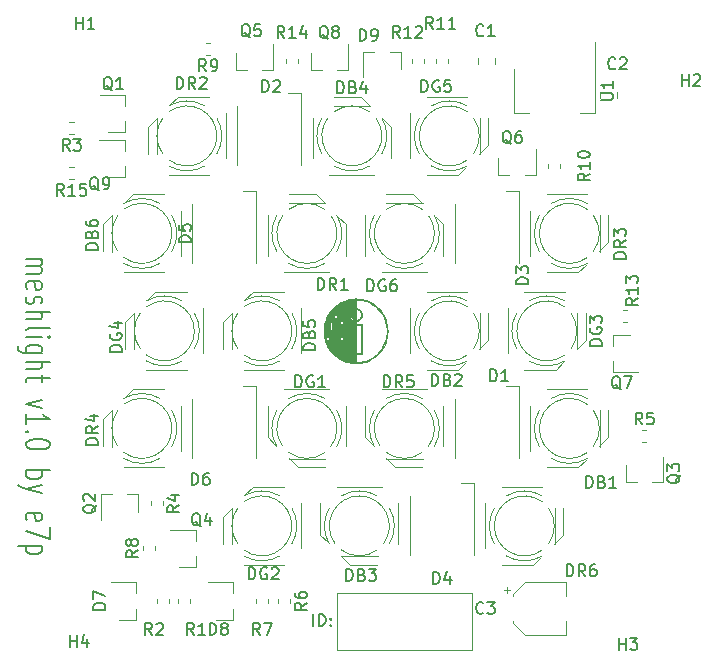
<source format=gbr>
G04 #@! TF.GenerationSoftware,KiCad,Pcbnew,5.1.5*
G04 #@! TF.CreationDate,2020-01-27T03:04:38+01:00*
G04 #@! TF.ProjectId,meshlight,6d657368-6c69-4676-9874-2e6b69636164,rev?*
G04 #@! TF.SameCoordinates,Original*
G04 #@! TF.FileFunction,Legend,Top*
G04 #@! TF.FilePolarity,Positive*
%FSLAX46Y46*%
G04 Gerber Fmt 4.6, Leading zero omitted, Abs format (unit mm)*
G04 Created by KiCad (PCBNEW 5.1.5) date 2020-01-27 03:04:38*
%MOMM*%
%LPD*%
G04 APERTURE LIST*
%ADD10C,0.120000*%
%ADD11C,0.150000*%
%ADD12C,0.200000*%
%ADD13C,0.010000*%
G04 APERTURE END LIST*
D10*
X160020000Y-114046000D02*
X148590000Y-114046000D01*
X160020000Y-109220000D02*
X160020000Y-114046000D01*
X148590000Y-109220000D02*
X160020000Y-109220000D01*
X148590000Y-114046000D02*
X148590000Y-109220000D01*
D11*
X146581904Y-111958380D02*
X146581904Y-110958380D01*
X147058095Y-111958380D02*
X147058095Y-110958380D01*
X147296190Y-110958380D01*
X147439047Y-111006000D01*
X147534285Y-111101238D01*
X147581904Y-111196476D01*
X147629523Y-111386952D01*
X147629523Y-111529809D01*
X147581904Y-111720285D01*
X147534285Y-111815523D01*
X147439047Y-111910761D01*
X147296190Y-111958380D01*
X147058095Y-111958380D01*
X148058095Y-111863142D02*
X148105714Y-111910761D01*
X148058095Y-111958380D01*
X148010476Y-111910761D01*
X148058095Y-111863142D01*
X148058095Y-111958380D01*
X148058095Y-111339333D02*
X148105714Y-111386952D01*
X148058095Y-111434571D01*
X148010476Y-111386952D01*
X148058095Y-111339333D01*
X148058095Y-111434571D01*
D12*
X122285238Y-80880714D02*
X123618571Y-80880714D01*
X123428095Y-80880714D02*
X123523333Y-80952142D01*
X123618571Y-81095000D01*
X123618571Y-81309285D01*
X123523333Y-81452142D01*
X123332857Y-81523571D01*
X122285238Y-81523571D01*
X123332857Y-81523571D02*
X123523333Y-81595000D01*
X123618571Y-81737857D01*
X123618571Y-81952142D01*
X123523333Y-82095000D01*
X123332857Y-82166428D01*
X122285238Y-82166428D01*
X122380476Y-83452142D02*
X122285238Y-83309285D01*
X122285238Y-83023571D01*
X122380476Y-82880714D01*
X122570952Y-82809285D01*
X123332857Y-82809285D01*
X123523333Y-82880714D01*
X123618571Y-83023571D01*
X123618571Y-83309285D01*
X123523333Y-83452142D01*
X123332857Y-83523571D01*
X123142380Y-83523571D01*
X122951904Y-82809285D01*
X122380476Y-84095000D02*
X122285238Y-84237857D01*
X122285238Y-84523571D01*
X122380476Y-84666428D01*
X122570952Y-84737857D01*
X122666190Y-84737857D01*
X122856666Y-84666428D01*
X122951904Y-84523571D01*
X122951904Y-84309285D01*
X123047142Y-84166428D01*
X123237619Y-84095000D01*
X123332857Y-84095000D01*
X123523333Y-84166428D01*
X123618571Y-84309285D01*
X123618571Y-84523571D01*
X123523333Y-84666428D01*
X122285238Y-85380714D02*
X124285238Y-85380714D01*
X122285238Y-86023571D02*
X123332857Y-86023571D01*
X123523333Y-85952142D01*
X123618571Y-85809285D01*
X123618571Y-85595000D01*
X123523333Y-85452142D01*
X123428095Y-85380714D01*
X122285238Y-86952142D02*
X122380476Y-86809285D01*
X122570952Y-86737857D01*
X124285238Y-86737857D01*
X122285238Y-87523571D02*
X123618571Y-87523571D01*
X124285238Y-87523571D02*
X124190000Y-87452142D01*
X124094761Y-87523571D01*
X124190000Y-87595000D01*
X124285238Y-87523571D01*
X124094761Y-87523571D01*
X123618571Y-88880714D02*
X121999523Y-88880714D01*
X121809047Y-88809285D01*
X121713809Y-88737857D01*
X121618571Y-88595000D01*
X121618571Y-88380714D01*
X121713809Y-88237857D01*
X122380476Y-88880714D02*
X122285238Y-88737857D01*
X122285238Y-88452142D01*
X122380476Y-88309285D01*
X122475714Y-88237857D01*
X122666190Y-88166428D01*
X123237619Y-88166428D01*
X123428095Y-88237857D01*
X123523333Y-88309285D01*
X123618571Y-88452142D01*
X123618571Y-88737857D01*
X123523333Y-88880714D01*
X122285238Y-89595000D02*
X124285238Y-89595000D01*
X122285238Y-90237857D02*
X123332857Y-90237857D01*
X123523333Y-90166428D01*
X123618571Y-90023571D01*
X123618571Y-89809285D01*
X123523333Y-89666428D01*
X123428095Y-89595000D01*
X123618571Y-90737857D02*
X123618571Y-91309285D01*
X124285238Y-90952142D02*
X122570952Y-90952142D01*
X122380476Y-91023571D01*
X122285238Y-91166428D01*
X122285238Y-91309285D01*
X123618571Y-92809285D02*
X122285238Y-93166428D01*
X123618571Y-93523571D01*
X122285238Y-94880714D02*
X122285238Y-94023571D01*
X122285238Y-94452142D02*
X124285238Y-94452142D01*
X123999523Y-94309285D01*
X123809047Y-94166428D01*
X123713809Y-94023571D01*
X122475714Y-95523571D02*
X122380476Y-95595000D01*
X122285238Y-95523571D01*
X122380476Y-95452142D01*
X122475714Y-95523571D01*
X122285238Y-95523571D01*
X124285238Y-96523571D02*
X124285238Y-96666428D01*
X124190000Y-96809285D01*
X124094761Y-96880714D01*
X123904285Y-96952142D01*
X123523333Y-97023571D01*
X123047142Y-97023571D01*
X122666190Y-96952142D01*
X122475714Y-96880714D01*
X122380476Y-96809285D01*
X122285238Y-96666428D01*
X122285238Y-96523571D01*
X122380476Y-96380714D01*
X122475714Y-96309285D01*
X122666190Y-96237857D01*
X123047142Y-96166428D01*
X123523333Y-96166428D01*
X123904285Y-96237857D01*
X124094761Y-96309285D01*
X124190000Y-96380714D01*
X124285238Y-96523571D01*
X122285238Y-98809285D02*
X124285238Y-98809285D01*
X123523333Y-98809285D02*
X123618571Y-98952142D01*
X123618571Y-99237857D01*
X123523333Y-99380714D01*
X123428095Y-99452142D01*
X123237619Y-99523571D01*
X122666190Y-99523571D01*
X122475714Y-99452142D01*
X122380476Y-99380714D01*
X122285238Y-99237857D01*
X122285238Y-98952142D01*
X122380476Y-98809285D01*
X123618571Y-100023571D02*
X122285238Y-100380714D01*
X123618571Y-100737857D02*
X122285238Y-100380714D01*
X121809047Y-100237857D01*
X121713809Y-100166428D01*
X121618571Y-100023571D01*
X122380476Y-103023571D02*
X122285238Y-102880714D01*
X122285238Y-102595000D01*
X122380476Y-102452142D01*
X122570952Y-102380714D01*
X123332857Y-102380714D01*
X123523333Y-102452142D01*
X123618571Y-102595000D01*
X123618571Y-102880714D01*
X123523333Y-103023571D01*
X123332857Y-103095000D01*
X123142380Y-103095000D01*
X122951904Y-102380714D01*
X124285238Y-103595000D02*
X124285238Y-104595000D01*
X122285238Y-103952142D01*
X123618571Y-105166428D02*
X121618571Y-105166428D01*
X123523333Y-105166428D02*
X123618571Y-105309285D01*
X123618571Y-105595000D01*
X123523333Y-105737857D01*
X123428095Y-105809285D01*
X123237619Y-105880714D01*
X122666190Y-105880714D01*
X122475714Y-105809285D01*
X122380476Y-105737857D01*
X122285238Y-105595000D01*
X122285238Y-105309285D01*
X122380476Y-105166428D01*
D13*
G36*
X150169033Y-86072133D02*
G01*
X150141517Y-86071576D01*
X150117232Y-86068995D01*
X150085863Y-86063030D01*
X150068481Y-86058776D01*
X149988288Y-86028677D01*
X149915744Y-85984320D01*
X149852366Y-85927232D01*
X149799673Y-85858940D01*
X149759183Y-85780971D01*
X149741210Y-85729605D01*
X149730789Y-85675381D01*
X149727162Y-85612645D01*
X149730230Y-85548351D01*
X149739892Y-85489453D01*
X149744937Y-85471000D01*
X149763509Y-85424929D01*
X149790613Y-85374848D01*
X149822797Y-85326084D01*
X149856606Y-85283959D01*
X149882869Y-85258316D01*
X149936802Y-85219521D01*
X149995385Y-85187525D01*
X150054357Y-85164157D01*
X150109462Y-85151247D01*
X150136703Y-85149267D01*
X150169033Y-85149267D01*
X150169033Y-86072133D01*
G37*
X150169033Y-86072133D02*
X150141517Y-86071576D01*
X150117232Y-86068995D01*
X150085863Y-86063030D01*
X150068481Y-86058776D01*
X149988288Y-86028677D01*
X149915744Y-85984320D01*
X149852366Y-85927232D01*
X149799673Y-85858940D01*
X149759183Y-85780971D01*
X149741210Y-85729605D01*
X149730789Y-85675381D01*
X149727162Y-85612645D01*
X149730230Y-85548351D01*
X149739892Y-85489453D01*
X149744937Y-85471000D01*
X149763509Y-85424929D01*
X149790613Y-85374848D01*
X149822797Y-85326084D01*
X149856606Y-85283959D01*
X149882869Y-85258316D01*
X149936802Y-85219521D01*
X149995385Y-85187525D01*
X150054357Y-85164157D01*
X150109462Y-85151247D01*
X150136703Y-85149267D01*
X150169033Y-85149267D01*
X150169033Y-86072133D01*
G36*
X150221950Y-85068566D02*
G01*
X150313244Y-85084956D01*
X150395336Y-85114360D01*
X150470749Y-85158000D01*
X150542010Y-85217095D01*
X150554345Y-85229220D01*
X150616720Y-85301718D01*
X150663012Y-85378204D01*
X150693916Y-85460362D01*
X150710124Y-85549877D01*
X150713107Y-85614934D01*
X150705056Y-85712094D01*
X150681280Y-85803017D01*
X150641889Y-85887435D01*
X150586996Y-85965078D01*
X150553518Y-86001528D01*
X150493148Y-86052918D01*
X150424301Y-86095886D01*
X150350877Y-86128687D01*
X150276776Y-86149573D01*
X150206716Y-86156800D01*
X150169033Y-86156800D01*
X150169033Y-86082939D01*
X150224435Y-86077262D01*
X150309565Y-86060322D01*
X150388458Y-86028207D01*
X150459590Y-85982004D01*
X150521437Y-85922802D01*
X150572474Y-85851690D01*
X150592220Y-85814616D01*
X150624777Y-85728794D01*
X150640426Y-85642501D01*
X150639170Y-85556119D01*
X150621008Y-85470032D01*
X150591033Y-85394800D01*
X150564683Y-85351338D01*
X150528223Y-85305461D01*
X150485724Y-85261291D01*
X150441257Y-85222953D01*
X150398893Y-85194569D01*
X150387710Y-85188848D01*
X150332955Y-85166789D01*
X150277056Y-85150599D01*
X150226057Y-85141872D01*
X150205354Y-85140800D01*
X150169033Y-85140800D01*
X150169033Y-85062938D01*
X150221950Y-85068566D01*
G37*
X150221950Y-85068566D02*
X150313244Y-85084956D01*
X150395336Y-85114360D01*
X150470749Y-85158000D01*
X150542010Y-85217095D01*
X150554345Y-85229220D01*
X150616720Y-85301718D01*
X150663012Y-85378204D01*
X150693916Y-85460362D01*
X150710124Y-85549877D01*
X150713107Y-85614934D01*
X150705056Y-85712094D01*
X150681280Y-85803017D01*
X150641889Y-85887435D01*
X150586996Y-85965078D01*
X150553518Y-86001528D01*
X150493148Y-86052918D01*
X150424301Y-86095886D01*
X150350877Y-86128687D01*
X150276776Y-86149573D01*
X150206716Y-86156800D01*
X150169033Y-86156800D01*
X150169033Y-86082939D01*
X150224435Y-86077262D01*
X150309565Y-86060322D01*
X150388458Y-86028207D01*
X150459590Y-85982004D01*
X150521437Y-85922802D01*
X150572474Y-85851690D01*
X150592220Y-85814616D01*
X150624777Y-85728794D01*
X150640426Y-85642501D01*
X150639170Y-85556119D01*
X150621008Y-85470032D01*
X150591033Y-85394800D01*
X150564683Y-85351338D01*
X150528223Y-85305461D01*
X150485724Y-85261291D01*
X150441257Y-85222953D01*
X150398893Y-85194569D01*
X150387710Y-85188848D01*
X150332955Y-85166789D01*
X150277056Y-85150599D01*
X150226057Y-85141872D01*
X150205354Y-85140800D01*
X150169033Y-85140800D01*
X150169033Y-85062938D01*
X150221950Y-85068566D01*
G36*
X150719367Y-88916934D02*
G01*
X150169033Y-88916934D01*
X150169033Y-88832267D01*
X149737233Y-88832267D01*
X149737233Y-86529334D01*
X150169033Y-86529334D01*
X150169033Y-88832267D01*
X150626233Y-88832267D01*
X150626233Y-86529334D01*
X150169033Y-86529334D01*
X150169033Y-86444667D01*
X150719367Y-86444667D01*
X150719367Y-88916934D01*
G37*
X150719367Y-88916934D02*
X150169033Y-88916934D01*
X150169033Y-88832267D01*
X149737233Y-88832267D01*
X149737233Y-86529334D01*
X150169033Y-86529334D01*
X150169033Y-88832267D01*
X150626233Y-88832267D01*
X150626233Y-86529334D01*
X150169033Y-86529334D01*
X150169033Y-86444667D01*
X150719367Y-86444667D01*
X150719367Y-88916934D01*
G36*
X150285445Y-84252388D02*
G01*
X150495281Y-84268792D01*
X150697344Y-84299715D01*
X150893219Y-84345566D01*
X151084493Y-84406750D01*
X151272752Y-84483676D01*
X151373720Y-84531907D01*
X151561231Y-84635287D01*
X151738373Y-84751732D01*
X151904677Y-84880571D01*
X152059679Y-85021132D01*
X152202911Y-85172744D01*
X152333905Y-85334736D01*
X152452197Y-85506438D01*
X152557317Y-85687177D01*
X152648801Y-85876284D01*
X152726180Y-86073086D01*
X152788989Y-86276913D01*
X152836761Y-86487094D01*
X152866077Y-86677500D01*
X152872910Y-86750937D01*
X152877572Y-86836564D01*
X152880060Y-86929775D01*
X152880373Y-87025967D01*
X152878509Y-87120534D01*
X152874468Y-87208874D01*
X152868246Y-87286381D01*
X152866290Y-87304034D01*
X152832347Y-87520618D01*
X152782740Y-87731437D01*
X152717823Y-87935872D01*
X152637956Y-88133304D01*
X152543494Y-88323114D01*
X152434796Y-88504683D01*
X152312217Y-88677391D01*
X152176115Y-88840619D01*
X152026848Y-88993748D01*
X151864772Y-89136158D01*
X151765000Y-89213631D01*
X151592633Y-89330967D01*
X151411261Y-89434241D01*
X151221864Y-89523065D01*
X151025423Y-89597050D01*
X150822919Y-89655811D01*
X150615334Y-89698958D01*
X150491296Y-89716884D01*
X150435725Y-89722424D01*
X150370153Y-89727014D01*
X150298401Y-89730563D01*
X150224291Y-89732978D01*
X150151644Y-89734164D01*
X150084280Y-89734031D01*
X150026021Y-89732484D01*
X149980687Y-89729430D01*
X149979608Y-89729319D01*
X149763890Y-89700169D01*
X149559002Y-89658788D01*
X149363600Y-89604710D01*
X149176337Y-89537470D01*
X148995869Y-89456604D01*
X148820850Y-89361647D01*
X148704472Y-89288928D01*
X148603316Y-89219678D01*
X148512013Y-89151129D01*
X148425374Y-89079054D01*
X148338209Y-88999224D01*
X148284387Y-88946729D01*
X148159178Y-88815225D01*
X148048033Y-88683044D01*
X147948348Y-88546535D01*
X147857517Y-88402045D01*
X147772936Y-88245921D01*
X147746825Y-88193033D01*
X147670733Y-88022714D01*
X147607849Y-87853089D01*
X147557505Y-87681418D01*
X147519037Y-87504959D01*
X147491778Y-87320970D01*
X147475062Y-87126711D01*
X147471776Y-87060617D01*
X147465904Y-86918800D01*
X148391033Y-86918800D01*
X148391033Y-87596133D01*
X147952439Y-87596133D01*
X147935323Y-87567123D01*
X147906287Y-87532721D01*
X147869523Y-87510915D01*
X147828382Y-87501497D01*
X147786217Y-87504256D01*
X147746379Y-87518985D01*
X147712218Y-87545473D01*
X147687499Y-87582596D01*
X147673645Y-87630473D01*
X147674564Y-87676551D01*
X147688696Y-87718263D01*
X147714478Y-87753038D01*
X147750348Y-87778306D01*
X147794744Y-87791499D01*
X147815300Y-87792821D01*
X147863196Y-87785676D01*
X147902816Y-87763861D01*
X147932089Y-87731512D01*
X147955000Y-87698376D01*
X148384683Y-87698055D01*
X148479059Y-87698135D01*
X148564009Y-87698510D01*
X148638430Y-87699161D01*
X148701222Y-87700069D01*
X148751285Y-87701214D01*
X148787516Y-87702577D01*
X148808815Y-87704140D01*
X148814367Y-87705551D01*
X148820478Y-87719442D01*
X148835904Y-87738731D01*
X148856286Y-87758829D01*
X148877264Y-87775145D01*
X148884577Y-87779448D01*
X148924779Y-87791624D01*
X148969233Y-87791392D01*
X149011112Y-87779151D01*
X149025231Y-87771236D01*
X149058762Y-87739912D01*
X149081851Y-87699540D01*
X149092050Y-87655201D01*
X149091592Y-87633499D01*
X149079046Y-87586835D01*
X149054820Y-87549395D01*
X149021798Y-87522075D01*
X148982859Y-87505772D01*
X148940887Y-87501383D01*
X148898763Y-87509803D01*
X148859368Y-87531931D01*
X148836542Y-87554146D01*
X148822521Y-87572581D01*
X148814854Y-87586108D01*
X148814367Y-87588316D01*
X148806269Y-87590900D01*
X148783447Y-87593080D01*
X148748106Y-87594750D01*
X148702453Y-87595802D01*
X148653500Y-87596133D01*
X148492633Y-87596133D01*
X148492633Y-86808734D01*
X148137033Y-86808734D01*
X148137033Y-86436200D01*
X149635633Y-86436200D01*
X149635633Y-88925400D01*
X150169033Y-88925400D01*
X150169033Y-89663133D01*
X150260050Y-89657941D01*
X150311087Y-89654660D01*
X150368576Y-89650394D01*
X150422669Y-89645889D01*
X150439967Y-89644300D01*
X150641826Y-89616769D01*
X150839297Y-89573342D01*
X151031636Y-89514660D01*
X151218099Y-89441365D01*
X151397945Y-89354098D01*
X151570429Y-89253499D01*
X151734809Y-89140210D01*
X151890341Y-89014871D01*
X152036282Y-88878123D01*
X152171890Y-88730608D01*
X152296420Y-88572966D01*
X152409129Y-88405837D01*
X152509276Y-88229864D01*
X152596115Y-88045687D01*
X152668905Y-87853947D01*
X152721500Y-87676567D01*
X152750434Y-87556216D01*
X152772603Y-87443614D01*
X152788611Y-87333804D01*
X152799065Y-87221828D01*
X152804569Y-87102728D01*
X152805796Y-86986534D01*
X152804623Y-86887172D01*
X152801429Y-86799981D01*
X152795765Y-86720272D01*
X152787182Y-86643353D01*
X152775231Y-86564538D01*
X152759463Y-86479134D01*
X152755153Y-86457592D01*
X152705405Y-86253678D01*
X152640337Y-86055984D01*
X152560581Y-85865237D01*
X152466770Y-85682159D01*
X152359538Y-85507477D01*
X152239519Y-85341916D01*
X152107344Y-85186199D01*
X151963648Y-85041052D01*
X151809063Y-84907199D01*
X151644223Y-84785366D01*
X151469762Y-84676277D01*
X151286311Y-84580657D01*
X151094505Y-84499231D01*
X151021068Y-84472681D01*
X150899194Y-84434578D01*
X150770281Y-84401410D01*
X150639450Y-84374224D01*
X150511820Y-84354066D01*
X150392511Y-84341981D01*
X150376467Y-84340976D01*
X150331256Y-84338287D01*
X150283942Y-84335312D01*
X150242553Y-84332563D01*
X150230417Y-84331709D01*
X150169033Y-84327294D01*
X150169033Y-85064600D01*
X150140754Y-85064600D01*
X150118805Y-85066714D01*
X150086946Y-85072293D01*
X150051565Y-85080197D01*
X150046742Y-85081412D01*
X149958876Y-85112271D01*
X149879114Y-85156925D01*
X149808641Y-85213713D01*
X149748645Y-85280976D01*
X149700311Y-85357051D01*
X149664827Y-85440279D01*
X149643377Y-85528999D01*
X149637150Y-85621549D01*
X149638641Y-85652698D01*
X149652183Y-85744211D01*
X149678692Y-85826634D01*
X149719343Y-85902492D01*
X149775308Y-85974306D01*
X149800336Y-86000564D01*
X149865595Y-86058233D01*
X149933331Y-86101945D01*
X150007220Y-86133491D01*
X150090936Y-86154664D01*
X150128817Y-86160744D01*
X150169033Y-86166304D01*
X150169033Y-86436200D01*
X149635633Y-86436200D01*
X148137033Y-86436200D01*
X148137033Y-86326133D01*
X148810133Y-86326241D01*
X148823810Y-86350286D01*
X148853484Y-86387203D01*
X148891651Y-86411918D01*
X148934793Y-86423312D01*
X148979391Y-86420264D01*
X149009031Y-86409228D01*
X149048670Y-86380606D01*
X149076104Y-86343739D01*
X149090637Y-86301790D01*
X149091573Y-86257918D01*
X149078217Y-86215283D01*
X149058225Y-86185820D01*
X149024325Y-86154288D01*
X148988465Y-86136961D01*
X148945507Y-86131412D01*
X148943057Y-86131400D01*
X148900784Y-86138983D01*
X148861600Y-86159554D01*
X148831044Y-86189844D01*
X148823519Y-86201937D01*
X148811505Y-86224533D01*
X148551900Y-86224533D01*
X148551900Y-85889051D01*
X148577289Y-85870281D01*
X148606191Y-85838700D01*
X148622747Y-85796823D01*
X148626154Y-85746744D01*
X148625936Y-85743699D01*
X148616874Y-85699679D01*
X148595861Y-85664487D01*
X148560453Y-85633983D01*
X148528493Y-85620422D01*
X148488667Y-85614809D01*
X148448226Y-85617467D01*
X148416450Y-85627625D01*
X148381127Y-85654354D01*
X148356970Y-85689953D01*
X148344064Y-85730952D01*
X148342493Y-85773884D01*
X148352342Y-85815281D01*
X148373694Y-85851675D01*
X148406635Y-85879598D01*
X148410276Y-85881633D01*
X148441787Y-85898567D01*
X148441833Y-86224533D01*
X148026967Y-86224533D01*
X148026967Y-86808734D01*
X147751800Y-86808734D01*
X147685469Y-86808544D01*
X147624889Y-86808007D01*
X147572049Y-86807169D01*
X147528936Y-86806075D01*
X147497540Y-86804773D01*
X147479848Y-86803308D01*
X147476633Y-86802332D01*
X147477847Y-86783801D01*
X147481167Y-86752135D01*
X147486114Y-86710931D01*
X147492206Y-86663787D01*
X147498963Y-86614302D01*
X147505903Y-86566074D01*
X147512546Y-86522702D01*
X147518412Y-86487784D01*
X147519331Y-86482767D01*
X147566380Y-86275339D01*
X147628842Y-86073768D01*
X147706096Y-85878796D01*
X147797522Y-85691163D01*
X147902502Y-85511611D01*
X148020416Y-85340881D01*
X148150643Y-85179716D01*
X148292565Y-85028855D01*
X148445563Y-84889042D01*
X148609016Y-84761016D01*
X148782305Y-84645520D01*
X148964811Y-84543294D01*
X149155914Y-84455081D01*
X149242056Y-84421088D01*
X149438286Y-84355182D01*
X149632755Y-84305479D01*
X149827425Y-84271661D01*
X150024257Y-84253411D01*
X150225213Y-84250411D01*
X150285445Y-84252388D01*
G37*
X150285445Y-84252388D02*
X150495281Y-84268792D01*
X150697344Y-84299715D01*
X150893219Y-84345566D01*
X151084493Y-84406750D01*
X151272752Y-84483676D01*
X151373720Y-84531907D01*
X151561231Y-84635287D01*
X151738373Y-84751732D01*
X151904677Y-84880571D01*
X152059679Y-85021132D01*
X152202911Y-85172744D01*
X152333905Y-85334736D01*
X152452197Y-85506438D01*
X152557317Y-85687177D01*
X152648801Y-85876284D01*
X152726180Y-86073086D01*
X152788989Y-86276913D01*
X152836761Y-86487094D01*
X152866077Y-86677500D01*
X152872910Y-86750937D01*
X152877572Y-86836564D01*
X152880060Y-86929775D01*
X152880373Y-87025967D01*
X152878509Y-87120534D01*
X152874468Y-87208874D01*
X152868246Y-87286381D01*
X152866290Y-87304034D01*
X152832347Y-87520618D01*
X152782740Y-87731437D01*
X152717823Y-87935872D01*
X152637956Y-88133304D01*
X152543494Y-88323114D01*
X152434796Y-88504683D01*
X152312217Y-88677391D01*
X152176115Y-88840619D01*
X152026848Y-88993748D01*
X151864772Y-89136158D01*
X151765000Y-89213631D01*
X151592633Y-89330967D01*
X151411261Y-89434241D01*
X151221864Y-89523065D01*
X151025423Y-89597050D01*
X150822919Y-89655811D01*
X150615334Y-89698958D01*
X150491296Y-89716884D01*
X150435725Y-89722424D01*
X150370153Y-89727014D01*
X150298401Y-89730563D01*
X150224291Y-89732978D01*
X150151644Y-89734164D01*
X150084280Y-89734031D01*
X150026021Y-89732484D01*
X149980687Y-89729430D01*
X149979608Y-89729319D01*
X149763890Y-89700169D01*
X149559002Y-89658788D01*
X149363600Y-89604710D01*
X149176337Y-89537470D01*
X148995869Y-89456604D01*
X148820850Y-89361647D01*
X148704472Y-89288928D01*
X148603316Y-89219678D01*
X148512013Y-89151129D01*
X148425374Y-89079054D01*
X148338209Y-88999224D01*
X148284387Y-88946729D01*
X148159178Y-88815225D01*
X148048033Y-88683044D01*
X147948348Y-88546535D01*
X147857517Y-88402045D01*
X147772936Y-88245921D01*
X147746825Y-88193033D01*
X147670733Y-88022714D01*
X147607849Y-87853089D01*
X147557505Y-87681418D01*
X147519037Y-87504959D01*
X147491778Y-87320970D01*
X147475062Y-87126711D01*
X147471776Y-87060617D01*
X147465904Y-86918800D01*
X148391033Y-86918800D01*
X148391033Y-87596133D01*
X147952439Y-87596133D01*
X147935323Y-87567123D01*
X147906287Y-87532721D01*
X147869523Y-87510915D01*
X147828382Y-87501497D01*
X147786217Y-87504256D01*
X147746379Y-87518985D01*
X147712218Y-87545473D01*
X147687499Y-87582596D01*
X147673645Y-87630473D01*
X147674564Y-87676551D01*
X147688696Y-87718263D01*
X147714478Y-87753038D01*
X147750348Y-87778306D01*
X147794744Y-87791499D01*
X147815300Y-87792821D01*
X147863196Y-87785676D01*
X147902816Y-87763861D01*
X147932089Y-87731512D01*
X147955000Y-87698376D01*
X148384683Y-87698055D01*
X148479059Y-87698135D01*
X148564009Y-87698510D01*
X148638430Y-87699161D01*
X148701222Y-87700069D01*
X148751285Y-87701214D01*
X148787516Y-87702577D01*
X148808815Y-87704140D01*
X148814367Y-87705551D01*
X148820478Y-87719442D01*
X148835904Y-87738731D01*
X148856286Y-87758829D01*
X148877264Y-87775145D01*
X148884577Y-87779448D01*
X148924779Y-87791624D01*
X148969233Y-87791392D01*
X149011112Y-87779151D01*
X149025231Y-87771236D01*
X149058762Y-87739912D01*
X149081851Y-87699540D01*
X149092050Y-87655201D01*
X149091592Y-87633499D01*
X149079046Y-87586835D01*
X149054820Y-87549395D01*
X149021798Y-87522075D01*
X148982859Y-87505772D01*
X148940887Y-87501383D01*
X148898763Y-87509803D01*
X148859368Y-87531931D01*
X148836542Y-87554146D01*
X148822521Y-87572581D01*
X148814854Y-87586108D01*
X148814367Y-87588316D01*
X148806269Y-87590900D01*
X148783447Y-87593080D01*
X148748106Y-87594750D01*
X148702453Y-87595802D01*
X148653500Y-87596133D01*
X148492633Y-87596133D01*
X148492633Y-86808734D01*
X148137033Y-86808734D01*
X148137033Y-86436200D01*
X149635633Y-86436200D01*
X149635633Y-88925400D01*
X150169033Y-88925400D01*
X150169033Y-89663133D01*
X150260050Y-89657941D01*
X150311087Y-89654660D01*
X150368576Y-89650394D01*
X150422669Y-89645889D01*
X150439967Y-89644300D01*
X150641826Y-89616769D01*
X150839297Y-89573342D01*
X151031636Y-89514660D01*
X151218099Y-89441365D01*
X151397945Y-89354098D01*
X151570429Y-89253499D01*
X151734809Y-89140210D01*
X151890341Y-89014871D01*
X152036282Y-88878123D01*
X152171890Y-88730608D01*
X152296420Y-88572966D01*
X152409129Y-88405837D01*
X152509276Y-88229864D01*
X152596115Y-88045687D01*
X152668905Y-87853947D01*
X152721500Y-87676567D01*
X152750434Y-87556216D01*
X152772603Y-87443614D01*
X152788611Y-87333804D01*
X152799065Y-87221828D01*
X152804569Y-87102728D01*
X152805796Y-86986534D01*
X152804623Y-86887172D01*
X152801429Y-86799981D01*
X152795765Y-86720272D01*
X152787182Y-86643353D01*
X152775231Y-86564538D01*
X152759463Y-86479134D01*
X152755153Y-86457592D01*
X152705405Y-86253678D01*
X152640337Y-86055984D01*
X152560581Y-85865237D01*
X152466770Y-85682159D01*
X152359538Y-85507477D01*
X152239519Y-85341916D01*
X152107344Y-85186199D01*
X151963648Y-85041052D01*
X151809063Y-84907199D01*
X151644223Y-84785366D01*
X151469762Y-84676277D01*
X151286311Y-84580657D01*
X151094505Y-84499231D01*
X151021068Y-84472681D01*
X150899194Y-84434578D01*
X150770281Y-84401410D01*
X150639450Y-84374224D01*
X150511820Y-84354066D01*
X150392511Y-84341981D01*
X150376467Y-84340976D01*
X150331256Y-84338287D01*
X150283942Y-84335312D01*
X150242553Y-84332563D01*
X150230417Y-84331709D01*
X150169033Y-84327294D01*
X150169033Y-85064600D01*
X150140754Y-85064600D01*
X150118805Y-85066714D01*
X150086946Y-85072293D01*
X150051565Y-85080197D01*
X150046742Y-85081412D01*
X149958876Y-85112271D01*
X149879114Y-85156925D01*
X149808641Y-85213713D01*
X149748645Y-85280976D01*
X149700311Y-85357051D01*
X149664827Y-85440279D01*
X149643377Y-85528999D01*
X149637150Y-85621549D01*
X149638641Y-85652698D01*
X149652183Y-85744211D01*
X149678692Y-85826634D01*
X149719343Y-85902492D01*
X149775308Y-85974306D01*
X149800336Y-86000564D01*
X149865595Y-86058233D01*
X149933331Y-86101945D01*
X150007220Y-86133491D01*
X150090936Y-86154664D01*
X150128817Y-86160744D01*
X150169033Y-86166304D01*
X150169033Y-86436200D01*
X149635633Y-86436200D01*
X148137033Y-86436200D01*
X148137033Y-86326133D01*
X148810133Y-86326241D01*
X148823810Y-86350286D01*
X148853484Y-86387203D01*
X148891651Y-86411918D01*
X148934793Y-86423312D01*
X148979391Y-86420264D01*
X149009031Y-86409228D01*
X149048670Y-86380606D01*
X149076104Y-86343739D01*
X149090637Y-86301790D01*
X149091573Y-86257918D01*
X149078217Y-86215283D01*
X149058225Y-86185820D01*
X149024325Y-86154288D01*
X148988465Y-86136961D01*
X148945507Y-86131412D01*
X148943057Y-86131400D01*
X148900784Y-86138983D01*
X148861600Y-86159554D01*
X148831044Y-86189844D01*
X148823519Y-86201937D01*
X148811505Y-86224533D01*
X148551900Y-86224533D01*
X148551900Y-85889051D01*
X148577289Y-85870281D01*
X148606191Y-85838700D01*
X148622747Y-85796823D01*
X148626154Y-85746744D01*
X148625936Y-85743699D01*
X148616874Y-85699679D01*
X148595861Y-85664487D01*
X148560453Y-85633983D01*
X148528493Y-85620422D01*
X148488667Y-85614809D01*
X148448226Y-85617467D01*
X148416450Y-85627625D01*
X148381127Y-85654354D01*
X148356970Y-85689953D01*
X148344064Y-85730952D01*
X148342493Y-85773884D01*
X148352342Y-85815281D01*
X148373694Y-85851675D01*
X148406635Y-85879598D01*
X148410276Y-85881633D01*
X148441787Y-85898567D01*
X148441833Y-86224533D01*
X148026967Y-86224533D01*
X148026967Y-86808734D01*
X147751800Y-86808734D01*
X147685469Y-86808544D01*
X147624889Y-86808007D01*
X147572049Y-86807169D01*
X147528936Y-86806075D01*
X147497540Y-86804773D01*
X147479848Y-86803308D01*
X147476633Y-86802332D01*
X147477847Y-86783801D01*
X147481167Y-86752135D01*
X147486114Y-86710931D01*
X147492206Y-86663787D01*
X147498963Y-86614302D01*
X147505903Y-86566074D01*
X147512546Y-86522702D01*
X147518412Y-86487784D01*
X147519331Y-86482767D01*
X147566380Y-86275339D01*
X147628842Y-86073768D01*
X147706096Y-85878796D01*
X147797522Y-85691163D01*
X147902502Y-85511611D01*
X148020416Y-85340881D01*
X148150643Y-85179716D01*
X148292565Y-85028855D01*
X148445563Y-84889042D01*
X148609016Y-84761016D01*
X148782305Y-84645520D01*
X148964811Y-84543294D01*
X149155914Y-84455081D01*
X149242056Y-84421088D01*
X149438286Y-84355182D01*
X149632755Y-84305479D01*
X149827425Y-84271661D01*
X150024257Y-84253411D01*
X150225213Y-84250411D01*
X150285445Y-84252388D01*
D10*
X146375000Y-64895000D02*
X146375000Y-63435000D01*
X149535000Y-64895000D02*
X149535000Y-62735000D01*
X149535000Y-64895000D02*
X148605000Y-64895000D01*
X146375000Y-64895000D02*
X147305000Y-64895000D01*
X165988999Y-106044998D02*
G75*
G02X162941001Y-106044999I-1523999J2539998D01*
G01*
X161925002Y-105028999D02*
G75*
G02X161925001Y-101981001I2539998J1523999D01*
G01*
X162941001Y-100965002D02*
G75*
G02X165988999Y-100965001I1523999J-2539998D01*
G01*
X166513267Y-102002936D02*
G75*
G02X166497000Y-105028999I-2048267J-1502064D01*
G01*
X165941345Y-105571882D02*
G75*
G02X165988999Y-101473000I-1476345J2066882D01*
G01*
X162560000Y-100203000D02*
X165989000Y-100203000D01*
X161163000Y-105410000D02*
X161163000Y-101600000D01*
X165227000Y-106807000D02*
X162560000Y-106807000D01*
X165862000Y-106172000D02*
X165227000Y-106807000D01*
X167767000Y-104267000D02*
X167005000Y-105029000D01*
X167767000Y-101981000D02*
X167767000Y-104267000D01*
X167025000Y-105050000D02*
X167025000Y-101960000D01*
X151765002Y-96773999D02*
G75*
G02X151765001Y-93726001I2539998J1523999D01*
G01*
X152781001Y-92710002D02*
G75*
G02X155828999Y-92710001I1523999J-2539998D01*
G01*
X156844998Y-93726001D02*
G75*
G02X156844999Y-96773999I-2539998J-1523999D01*
G01*
X155807064Y-97298267D02*
G75*
G02X152781001Y-97282000I-1502064J2048267D01*
G01*
X152238118Y-96726345D02*
G75*
G02X156337000Y-96773999I2066882J1476345D01*
G01*
X157607000Y-93345000D02*
X157607000Y-96774000D01*
X152400000Y-91948000D02*
X156210000Y-91948000D01*
X151003000Y-96012000D02*
X151003000Y-93345000D01*
X151638000Y-96647000D02*
X151003000Y-96012000D01*
X153543000Y-98552000D02*
X152781000Y-97790000D01*
X155829000Y-98552000D02*
X153543000Y-98552000D01*
X152760000Y-97810000D02*
X155850000Y-97810000D01*
X130556001Y-92710002D02*
G75*
G02X133603999Y-92710001I1523999J-2539998D01*
G01*
X134619998Y-93726001D02*
G75*
G02X134619999Y-96773999I-2539998J-1523999D01*
G01*
X133603999Y-97789998D02*
G75*
G02X130556001Y-97789999I-1523999J2539998D01*
G01*
X130031733Y-96752064D02*
G75*
G02X130048000Y-93726001I2048267J1502064D01*
G01*
X130603655Y-93183118D02*
G75*
G02X130556001Y-97282000I1476345J-2066882D01*
G01*
X133985000Y-98552000D02*
X130556000Y-98552000D01*
X135382000Y-93345000D02*
X135382000Y-97155000D01*
X131318000Y-91948000D02*
X133985000Y-91948000D01*
X130683000Y-92583000D02*
X131318000Y-91948000D01*
X128778000Y-94488000D02*
X129540000Y-93726000D01*
X128778000Y-96774000D02*
X128778000Y-94488000D01*
X129520000Y-93705000D02*
X129520000Y-96795000D01*
X169798999Y-81279998D02*
G75*
G02X166751001Y-81279999I-1523999J2539998D01*
G01*
X165735002Y-80263999D02*
G75*
G02X165735001Y-77216001I2539998J1523999D01*
G01*
X166751001Y-76200002D02*
G75*
G02X169798999Y-76200001I1523999J-2539998D01*
G01*
X170323267Y-77237936D02*
G75*
G02X170307000Y-80263999I-2048267J-1502064D01*
G01*
X169751345Y-80806882D02*
G75*
G02X169798999Y-76708000I-1476345J2066882D01*
G01*
X166370000Y-75438000D02*
X169799000Y-75438000D01*
X164973000Y-80645000D02*
X164973000Y-76835000D01*
X169037000Y-82042000D02*
X166370000Y-82042000D01*
X169672000Y-81407000D02*
X169037000Y-82042000D01*
X171577000Y-79502000D02*
X170815000Y-80264000D01*
X171577000Y-77216000D02*
X171577000Y-79502000D01*
X170835000Y-80285000D02*
X170835000Y-77195000D01*
X134366001Y-67945002D02*
G75*
G02X137413999Y-67945001I1523999J-2539998D01*
G01*
X138429998Y-68961001D02*
G75*
G02X138429999Y-72008999I-2539998J-1523999D01*
G01*
X137413999Y-73024998D02*
G75*
G02X134366001Y-73024999I-1523999J2539998D01*
G01*
X133841733Y-71987064D02*
G75*
G02X133858000Y-68961001I2048267J1502064D01*
G01*
X134413655Y-68418118D02*
G75*
G02X134366001Y-72517000I1476345J-2066882D01*
G01*
X137795000Y-73787000D02*
X134366000Y-73787000D01*
X139192000Y-68580000D02*
X139192000Y-72390000D01*
X135128000Y-67183000D02*
X137795000Y-67183000D01*
X134493000Y-67818000D02*
X135128000Y-67183000D01*
X132588000Y-69723000D02*
X133350000Y-68961000D01*
X132588000Y-72009000D02*
X132588000Y-69723000D01*
X133330000Y-68940000D02*
X133330000Y-72030000D01*
X148589998Y-77216001D02*
G75*
G02X148589999Y-80263999I-2539998J-1523999D01*
G01*
X147573999Y-81279998D02*
G75*
G02X144526001Y-81279999I-1523999J2539998D01*
G01*
X143510002Y-80263999D02*
G75*
G02X143510001Y-77216001I2539998J1523999D01*
G01*
X144547936Y-76691733D02*
G75*
G02X147573999Y-76708000I1502064J-2048267D01*
G01*
X148116882Y-77263655D02*
G75*
G02X144018000Y-77216001I-2066882J-1476345D01*
G01*
X142748000Y-80645000D02*
X142748000Y-77216000D01*
X147955000Y-82042000D02*
X144145000Y-82042000D01*
X149352000Y-77978000D02*
X149352000Y-80645000D01*
X148717000Y-77343000D02*
X149352000Y-77978000D01*
X146812000Y-75438000D02*
X147574000Y-76200000D01*
X144526000Y-75438000D02*
X146812000Y-75438000D01*
X147595000Y-76180000D02*
X144505000Y-76180000D01*
X156844998Y-77216001D02*
G75*
G02X156844999Y-80263999I-2539998J-1523999D01*
G01*
X155828999Y-81279998D02*
G75*
G02X152781001Y-81279999I-1523999J2539998D01*
G01*
X151765002Y-80263999D02*
G75*
G02X151765001Y-77216001I2539998J1523999D01*
G01*
X152802936Y-76691733D02*
G75*
G02X155828999Y-76708000I1502064J-2048267D01*
G01*
X156371882Y-77263655D02*
G75*
G02X152273000Y-77216001I-2066882J-1476345D01*
G01*
X151003000Y-80645000D02*
X151003000Y-77216000D01*
X156210000Y-82042000D02*
X152400000Y-82042000D01*
X157607000Y-77978000D02*
X157607000Y-80645000D01*
X156972000Y-77343000D02*
X157607000Y-77978000D01*
X155067000Y-75438000D02*
X155829000Y-76200000D01*
X152781000Y-75438000D02*
X155067000Y-75438000D01*
X155850000Y-76180000D02*
X152760000Y-76180000D01*
X159638999Y-73024998D02*
G75*
G02X156591001Y-73024999I-1523999J2539998D01*
G01*
X155575002Y-72008999D02*
G75*
G02X155575001Y-68961001I2539998J1523999D01*
G01*
X156591001Y-67945002D02*
G75*
G02X159638999Y-67945001I1523999J-2539998D01*
G01*
X160163267Y-68982936D02*
G75*
G02X160147000Y-72008999I-2048267J-1502064D01*
G01*
X159591345Y-72551882D02*
G75*
G02X159638999Y-68453000I-1476345J2066882D01*
G01*
X156210000Y-67183000D02*
X159639000Y-67183000D01*
X154813000Y-72390000D02*
X154813000Y-68580000D01*
X158877000Y-73787000D02*
X156210000Y-73787000D01*
X159512000Y-73152000D02*
X158877000Y-73787000D01*
X161417000Y-71247000D02*
X160655000Y-72009000D01*
X161417000Y-68961000D02*
X161417000Y-71247000D01*
X160675000Y-72030000D02*
X160675000Y-68940000D01*
X132461001Y-84455002D02*
G75*
G02X135508999Y-84455001I1523999J-2539998D01*
G01*
X136524998Y-85471001D02*
G75*
G02X136524999Y-88518999I-2539998J-1523999D01*
G01*
X135508999Y-89534998D02*
G75*
G02X132461001Y-89534999I-1523999J2539998D01*
G01*
X131936733Y-88497064D02*
G75*
G02X131953000Y-85471001I2048267J1502064D01*
G01*
X132508655Y-84928118D02*
G75*
G02X132461001Y-89027000I1476345J-2066882D01*
G01*
X135890000Y-90297000D02*
X132461000Y-90297000D01*
X137287000Y-85090000D02*
X137287000Y-88900000D01*
X133223000Y-83693000D02*
X135890000Y-83693000D01*
X132588000Y-84328000D02*
X133223000Y-83693000D01*
X130683000Y-86233000D02*
X131445000Y-85471000D01*
X130683000Y-88519000D02*
X130683000Y-86233000D01*
X131425000Y-85450000D02*
X131425000Y-88540000D01*
X167893999Y-89534998D02*
G75*
G02X164846001Y-89534999I-1523999J2539998D01*
G01*
X163830002Y-88518999D02*
G75*
G02X163830001Y-85471001I2539998J1523999D01*
G01*
X164846001Y-84455002D02*
G75*
G02X167893999Y-84455001I1523999J-2539998D01*
G01*
X168418267Y-85492936D02*
G75*
G02X168402000Y-88518999I-2048267J-1502064D01*
G01*
X167846345Y-89061882D02*
G75*
G02X167893999Y-84963000I-1476345J2066882D01*
G01*
X164465000Y-83693000D02*
X167894000Y-83693000D01*
X163068000Y-88900000D02*
X163068000Y-85090000D01*
X167132000Y-90297000D02*
X164465000Y-90297000D01*
X167767000Y-89662000D02*
X167132000Y-90297000D01*
X169672000Y-87757000D02*
X168910000Y-88519000D01*
X169672000Y-85471000D02*
X169672000Y-87757000D01*
X168930000Y-88540000D02*
X168930000Y-85450000D01*
X140716001Y-100965002D02*
G75*
G02X143763999Y-100965001I1523999J-2539998D01*
G01*
X144779998Y-101981001D02*
G75*
G02X144779999Y-105028999I-2539998J-1523999D01*
G01*
X143763999Y-106044998D02*
G75*
G02X140716001Y-106044999I-1523999J2539998D01*
G01*
X140191733Y-105007064D02*
G75*
G02X140208000Y-101981001I2048267J1502064D01*
G01*
X140763655Y-101438118D02*
G75*
G02X140716001Y-105537000I1476345J-2066882D01*
G01*
X144145000Y-106807000D02*
X140716000Y-106807000D01*
X145542000Y-101600000D02*
X145542000Y-105410000D01*
X141478000Y-100203000D02*
X144145000Y-100203000D01*
X140843000Y-100838000D02*
X141478000Y-100203000D01*
X138938000Y-102743000D02*
X139700000Y-101981000D01*
X138938000Y-105029000D02*
X138938000Y-102743000D01*
X139680000Y-101960000D02*
X139680000Y-105050000D01*
X143510002Y-96773999D02*
G75*
G02X143510001Y-93726001I2539998J1523999D01*
G01*
X144526001Y-92710002D02*
G75*
G02X147573999Y-92710001I1523999J-2539998D01*
G01*
X148589998Y-93726001D02*
G75*
G02X148589999Y-96773999I-2539998J-1523999D01*
G01*
X147552064Y-97298267D02*
G75*
G02X144526001Y-97282000I-1502064J2048267D01*
G01*
X143983118Y-96726345D02*
G75*
G02X148082000Y-96773999I2066882J1476345D01*
G01*
X149352000Y-93345000D02*
X149352000Y-96774000D01*
X144145000Y-91948000D02*
X147955000Y-91948000D01*
X142748000Y-96012000D02*
X142748000Y-93345000D01*
X143383000Y-96647000D02*
X142748000Y-96012000D01*
X145288000Y-98552000D02*
X144526000Y-97790000D01*
X147574000Y-98552000D02*
X145288000Y-98552000D01*
X144505000Y-97810000D02*
X147595000Y-97810000D01*
X130556001Y-76200002D02*
G75*
G02X133603999Y-76200001I1523999J-2539998D01*
G01*
X134619998Y-77216001D02*
G75*
G02X134619999Y-80263999I-2539998J-1523999D01*
G01*
X133603999Y-81279998D02*
G75*
G02X130556001Y-81279999I-1523999J2539998D01*
G01*
X130031733Y-80242064D02*
G75*
G02X130048000Y-77216001I2048267J1502064D01*
G01*
X130603655Y-76673118D02*
G75*
G02X130556001Y-80772000I1476345J-2066882D01*
G01*
X133985000Y-82042000D02*
X130556000Y-82042000D01*
X135382000Y-76835000D02*
X135382000Y-80645000D01*
X131318000Y-75438000D02*
X133985000Y-75438000D01*
X130683000Y-76073000D02*
X131318000Y-75438000D01*
X128778000Y-77978000D02*
X129540000Y-77216000D01*
X128778000Y-80264000D02*
X128778000Y-77978000D01*
X129520000Y-77195000D02*
X129520000Y-80285000D01*
X140716001Y-84455002D02*
G75*
G02X143763999Y-84455001I1523999J-2539998D01*
G01*
X144779998Y-85471001D02*
G75*
G02X144779999Y-88518999I-2539998J-1523999D01*
G01*
X143763999Y-89534998D02*
G75*
G02X140716001Y-89534999I-1523999J2539998D01*
G01*
X140191733Y-88497064D02*
G75*
G02X140208000Y-85471001I2048267J1502064D01*
G01*
X140763655Y-84928118D02*
G75*
G02X140716001Y-89027000I1476345J-2066882D01*
G01*
X144145000Y-90297000D02*
X140716000Y-90297000D01*
X145542000Y-85090000D02*
X145542000Y-88900000D01*
X141478000Y-83693000D02*
X144145000Y-83693000D01*
X140843000Y-84328000D02*
X141478000Y-83693000D01*
X138938000Y-86233000D02*
X139700000Y-85471000D01*
X138938000Y-88519000D02*
X138938000Y-86233000D01*
X139680000Y-85450000D02*
X139680000Y-88540000D01*
X152399998Y-68961001D02*
G75*
G02X152399999Y-72008999I-2539998J-1523999D01*
G01*
X151383999Y-73024998D02*
G75*
G02X148336001Y-73024999I-1523999J2539998D01*
G01*
X147320002Y-72008999D02*
G75*
G02X147320001Y-68961001I2539998J1523999D01*
G01*
X148357936Y-68436733D02*
G75*
G02X151383999Y-68453000I1502064J-2048267D01*
G01*
X151926882Y-69008655D02*
G75*
G02X147828000Y-68961001I-2066882J-1476345D01*
G01*
X146558000Y-72390000D02*
X146558000Y-68961000D01*
X151765000Y-73787000D02*
X147955000Y-73787000D01*
X153162000Y-69723000D02*
X153162000Y-72390000D01*
X152527000Y-69088000D02*
X153162000Y-69723000D01*
X150622000Y-67183000D02*
X151384000Y-67945000D01*
X148336000Y-67183000D02*
X150622000Y-67183000D01*
X151405000Y-67925000D02*
X148315000Y-67925000D01*
X147955002Y-105028999D02*
G75*
G02X147955001Y-101981001I2539998J1523999D01*
G01*
X148971001Y-100965002D02*
G75*
G02X152018999Y-100965001I1523999J-2539998D01*
G01*
X153034998Y-101981001D02*
G75*
G02X153034999Y-105028999I-2539998J-1523999D01*
G01*
X151997064Y-105553267D02*
G75*
G02X148971001Y-105537000I-1502064J2048267D01*
G01*
X148428118Y-104981345D02*
G75*
G02X152527000Y-105028999I2066882J1476345D01*
G01*
X153797000Y-101600000D02*
X153797000Y-105029000D01*
X148590000Y-100203000D02*
X152400000Y-100203000D01*
X147193000Y-104267000D02*
X147193000Y-101600000D01*
X147828000Y-104902000D02*
X147193000Y-104267000D01*
X149733000Y-106807000D02*
X148971000Y-106045000D01*
X152019000Y-106807000D02*
X149733000Y-106807000D01*
X148950000Y-106065000D02*
X152040000Y-106065000D01*
X159638999Y-89534998D02*
G75*
G02X156591001Y-89534999I-1523999J2539998D01*
G01*
X155575002Y-88518999D02*
G75*
G02X155575001Y-85471001I2539998J1523999D01*
G01*
X156591001Y-84455002D02*
G75*
G02X159638999Y-84455001I1523999J-2539998D01*
G01*
X160163267Y-85492936D02*
G75*
G02X160147000Y-88518999I-2048267J-1502064D01*
G01*
X159591345Y-89061882D02*
G75*
G02X159638999Y-84963000I-1476345J2066882D01*
G01*
X156210000Y-83693000D02*
X159639000Y-83693000D01*
X154813000Y-88900000D02*
X154813000Y-85090000D01*
X158877000Y-90297000D02*
X156210000Y-90297000D01*
X159512000Y-89662000D02*
X158877000Y-90297000D01*
X161417000Y-87757000D02*
X160655000Y-88519000D01*
X161417000Y-85471000D02*
X161417000Y-87757000D01*
X160675000Y-88540000D02*
X160675000Y-85450000D01*
X169798999Y-97789998D02*
G75*
G02X166751001Y-97789999I-1523999J2539998D01*
G01*
X165735002Y-96773999D02*
G75*
G02X165735001Y-93726001I2539998J1523999D01*
G01*
X166751001Y-92710002D02*
G75*
G02X169798999Y-92710001I1523999J-2539998D01*
G01*
X170323267Y-93747936D02*
G75*
G02X170307000Y-96773999I-2048267J-1502064D01*
G01*
X169751345Y-97316882D02*
G75*
G02X169798999Y-93218000I-1476345J2066882D01*
G01*
X166370000Y-91948000D02*
X169799000Y-91948000D01*
X164973000Y-97155000D02*
X164973000Y-93345000D01*
X169037000Y-98552000D02*
X166370000Y-98552000D01*
X169672000Y-97917000D02*
X169037000Y-98552000D01*
X171577000Y-96012000D02*
X170815000Y-96774000D01*
X171577000Y-93726000D02*
X171577000Y-96012000D01*
X170835000Y-96795000D02*
X170835000Y-93705000D01*
X170415000Y-62575000D02*
X170415000Y-68585000D01*
X163595000Y-64825000D02*
X163595000Y-68585000D01*
X170415000Y-68585000D02*
X169155000Y-68585000D01*
X163595000Y-68585000D02*
X164855000Y-68585000D01*
X126296267Y-73150000D02*
X125953733Y-73150000D01*
X126296267Y-74170000D02*
X125953733Y-74170000D01*
X144270000Y-63963733D02*
X144270000Y-64306267D01*
X145290000Y-63963733D02*
X145290000Y-64306267D01*
X173131267Y-85215000D02*
X172788733Y-85215000D01*
X173131267Y-86235000D02*
X172788733Y-86235000D01*
X155958000Y-64306267D02*
X155958000Y-63963733D01*
X154938000Y-64306267D02*
X154938000Y-63963733D01*
X156970000Y-63963733D02*
X156970000Y-64306267D01*
X157990000Y-63963733D02*
X157990000Y-64306267D01*
X167515000Y-73196267D02*
X167515000Y-72853733D01*
X166495000Y-73196267D02*
X166495000Y-72853733D01*
X137853267Y-62609000D02*
X137510733Y-62609000D01*
X137853267Y-63629000D02*
X137510733Y-63629000D01*
X133225000Y-105581267D02*
X133225000Y-105238733D01*
X132205000Y-105581267D02*
X132205000Y-105238733D01*
X142750000Y-110026267D02*
X142750000Y-109683733D01*
X141730000Y-110026267D02*
X141730000Y-109683733D01*
X143635000Y-109683733D02*
X143635000Y-110026267D01*
X144655000Y-109683733D02*
X144655000Y-110026267D01*
X174453733Y-96395000D02*
X174796267Y-96395000D01*
X174453733Y-95375000D02*
X174796267Y-95375000D01*
X132840000Y-101428733D02*
X132840000Y-101771267D01*
X133860000Y-101428733D02*
X133860000Y-101771267D01*
X126296267Y-69340000D02*
X125953733Y-69340000D01*
X126296267Y-70360000D02*
X125953733Y-70360000D01*
X134368000Y-110026267D02*
X134368000Y-109683733D01*
X133348000Y-110026267D02*
X133348000Y-109683733D01*
X135126000Y-109683733D02*
X135126000Y-110026267D01*
X136146000Y-109683733D02*
X136146000Y-110026267D01*
X130617500Y-73970000D02*
X129157500Y-73970000D01*
X130617500Y-70810000D02*
X128457500Y-70810000D01*
X130617500Y-70810000D02*
X130617500Y-71740000D01*
X130617500Y-73970000D02*
X130617500Y-73040000D01*
X171960000Y-87320000D02*
X173420000Y-87320000D01*
X171960000Y-90480000D02*
X174120000Y-90480000D01*
X171960000Y-90480000D02*
X171960000Y-89550000D01*
X171960000Y-87320000D02*
X171960000Y-88250000D01*
X162250000Y-73785000D02*
X162250000Y-72325000D01*
X165410000Y-73785000D02*
X165410000Y-71625000D01*
X165410000Y-73785000D02*
X164480000Y-73785000D01*
X162250000Y-73785000D02*
X163180000Y-73785000D01*
X140025000Y-64895000D02*
X140025000Y-63435000D01*
X143185000Y-64895000D02*
X143185000Y-62735000D01*
X143185000Y-64895000D02*
X142255000Y-64895000D01*
X140025000Y-64895000D02*
X140955000Y-64895000D01*
X136650000Y-106990000D02*
X135190000Y-106990000D01*
X136650000Y-103830000D02*
X134490000Y-103830000D01*
X136650000Y-103830000D02*
X136650000Y-104760000D01*
X136650000Y-106990000D02*
X136650000Y-106060000D01*
X173045000Y-99820000D02*
X173045000Y-98360000D01*
X176205000Y-99820000D02*
X176205000Y-97660000D01*
X176205000Y-99820000D02*
X175275000Y-99820000D01*
X173045000Y-99820000D02*
X173975000Y-99820000D01*
X131755000Y-100840000D02*
X131755000Y-102300000D01*
X128595000Y-100840000D02*
X128595000Y-103000000D01*
X128595000Y-100840000D02*
X129525000Y-100840000D01*
X131755000Y-100840000D02*
X130825000Y-100840000D01*
X130665000Y-70160000D02*
X129205000Y-70160000D01*
X130665000Y-67000000D02*
X128505000Y-67000000D01*
X130665000Y-67000000D02*
X130665000Y-67930000D01*
X130665000Y-70160000D02*
X130665000Y-69230000D01*
X153980000Y-63375000D02*
X153980000Y-64835000D01*
X150820000Y-63375000D02*
X150820000Y-65535000D01*
X150820000Y-63375000D02*
X151750000Y-63375000D01*
X153980000Y-63375000D02*
X153050000Y-63375000D01*
X139825000Y-111435000D02*
X138365000Y-111435000D01*
X139825000Y-108275000D02*
X137665000Y-108275000D01*
X139825000Y-108275000D02*
X139825000Y-109205000D01*
X139825000Y-111435000D02*
X139825000Y-110505000D01*
X131586000Y-111435000D02*
X130126000Y-111435000D01*
X131586000Y-108275000D02*
X129426000Y-108275000D01*
X131586000Y-108275000D02*
X131586000Y-109205000D01*
X131586000Y-111435000D02*
X131586000Y-110505000D01*
X136365000Y-97750000D02*
X136365000Y-92750000D01*
X140665000Y-91650000D02*
X141765000Y-91650000D01*
X141765000Y-91650000D02*
X141765000Y-97750000D01*
X136365000Y-81240000D02*
X136365000Y-76240000D01*
X140665000Y-75140000D02*
X141765000Y-75140000D01*
X141765000Y-75140000D02*
X141765000Y-81240000D01*
X154780000Y-106005000D02*
X154780000Y-101005000D01*
X159080000Y-99905000D02*
X160180000Y-99905000D01*
X160180000Y-99905000D02*
X160180000Y-106005000D01*
X158590000Y-81240000D02*
X158590000Y-76240000D01*
X162890000Y-75140000D02*
X163990000Y-75140000D01*
X163990000Y-75140000D02*
X163990000Y-81240000D01*
X140175000Y-72985000D02*
X140175000Y-67985000D01*
X144475000Y-66885000D02*
X145575000Y-66885000D01*
X145575000Y-66885000D02*
X145575000Y-72985000D01*
X158590000Y-97750000D02*
X158590000Y-92750000D01*
X162890000Y-91650000D02*
X163990000Y-91650000D01*
X163990000Y-91650000D02*
X163990000Y-97750000D01*
X162985000Y-108680000D02*
X162985000Y-109180000D01*
X162735000Y-108930000D02*
X163235000Y-108930000D01*
X163475000Y-111685563D02*
X164539437Y-112750000D01*
X163475000Y-109294437D02*
X164539437Y-108230000D01*
X163475000Y-109294437D02*
X163475000Y-109430000D01*
X163475000Y-111685563D02*
X163475000Y-111550000D01*
X164539437Y-112750000D02*
X167995000Y-112750000D01*
X164539437Y-108230000D02*
X167995000Y-108230000D01*
X167995000Y-108230000D02*
X167995000Y-109430000D01*
X167995000Y-112750000D02*
X167995000Y-111550000D01*
X170867000Y-67317252D02*
X170867000Y-66794748D01*
X172287000Y-67317252D02*
X172287000Y-66794748D01*
X162000000Y-64396252D02*
X162000000Y-63873748D01*
X160580000Y-64396252D02*
X160580000Y-63873748D01*
D11*
X147859761Y-62269619D02*
X147764523Y-62222000D01*
X147669285Y-62126761D01*
X147526428Y-61983904D01*
X147431190Y-61936285D01*
X147335952Y-61936285D01*
X147383571Y-62174380D02*
X147288333Y-62126761D01*
X147193095Y-62031523D01*
X147145476Y-61841047D01*
X147145476Y-61507714D01*
X147193095Y-61317238D01*
X147288333Y-61222000D01*
X147383571Y-61174380D01*
X147574047Y-61174380D01*
X147669285Y-61222000D01*
X147764523Y-61317238D01*
X147812142Y-61507714D01*
X147812142Y-61841047D01*
X147764523Y-62031523D01*
X147669285Y-62126761D01*
X147574047Y-62174380D01*
X147383571Y-62174380D01*
X148383571Y-61602952D02*
X148288333Y-61555333D01*
X148240714Y-61507714D01*
X148193095Y-61412476D01*
X148193095Y-61364857D01*
X148240714Y-61269619D01*
X148288333Y-61222000D01*
X148383571Y-61174380D01*
X148574047Y-61174380D01*
X148669285Y-61222000D01*
X148716904Y-61269619D01*
X148764523Y-61364857D01*
X148764523Y-61412476D01*
X148716904Y-61507714D01*
X148669285Y-61555333D01*
X148574047Y-61602952D01*
X148383571Y-61602952D01*
X148288333Y-61650571D01*
X148240714Y-61698190D01*
X148193095Y-61793428D01*
X148193095Y-61983904D01*
X148240714Y-62079142D01*
X148288333Y-62126761D01*
X148383571Y-62174380D01*
X148574047Y-62174380D01*
X148669285Y-62126761D01*
X148716904Y-62079142D01*
X148764523Y-61983904D01*
X148764523Y-61793428D01*
X148716904Y-61698190D01*
X148669285Y-61650571D01*
X148574047Y-61602952D01*
X168052904Y-107767380D02*
X168052904Y-106767380D01*
X168291000Y-106767380D01*
X168433857Y-106815000D01*
X168529095Y-106910238D01*
X168576714Y-107005476D01*
X168624333Y-107195952D01*
X168624333Y-107338809D01*
X168576714Y-107529285D01*
X168529095Y-107624523D01*
X168433857Y-107719761D01*
X168291000Y-107767380D01*
X168052904Y-107767380D01*
X169624333Y-107767380D02*
X169291000Y-107291190D01*
X169052904Y-107767380D02*
X169052904Y-106767380D01*
X169433857Y-106767380D01*
X169529095Y-106815000D01*
X169576714Y-106862619D01*
X169624333Y-106957857D01*
X169624333Y-107100714D01*
X169576714Y-107195952D01*
X169529095Y-107243571D01*
X169433857Y-107291190D01*
X169052904Y-107291190D01*
X170481476Y-106767380D02*
X170291000Y-106767380D01*
X170195761Y-106815000D01*
X170148142Y-106862619D01*
X170052904Y-107005476D01*
X170005285Y-107195952D01*
X170005285Y-107576904D01*
X170052904Y-107672142D01*
X170100523Y-107719761D01*
X170195761Y-107767380D01*
X170386238Y-107767380D01*
X170481476Y-107719761D01*
X170529095Y-107672142D01*
X170576714Y-107576904D01*
X170576714Y-107338809D01*
X170529095Y-107243571D01*
X170481476Y-107195952D01*
X170386238Y-107148333D01*
X170195761Y-107148333D01*
X170100523Y-107195952D01*
X170052904Y-107243571D01*
X170005285Y-107338809D01*
X152558904Y-91765380D02*
X152558904Y-90765380D01*
X152797000Y-90765380D01*
X152939857Y-90813000D01*
X153035095Y-90908238D01*
X153082714Y-91003476D01*
X153130333Y-91193952D01*
X153130333Y-91336809D01*
X153082714Y-91527285D01*
X153035095Y-91622523D01*
X152939857Y-91717761D01*
X152797000Y-91765380D01*
X152558904Y-91765380D01*
X154130333Y-91765380D02*
X153797000Y-91289190D01*
X153558904Y-91765380D02*
X153558904Y-90765380D01*
X153939857Y-90765380D01*
X154035095Y-90813000D01*
X154082714Y-90860619D01*
X154130333Y-90955857D01*
X154130333Y-91098714D01*
X154082714Y-91193952D01*
X154035095Y-91241571D01*
X153939857Y-91289190D01*
X153558904Y-91289190D01*
X155035095Y-90765380D02*
X154558904Y-90765380D01*
X154511285Y-91241571D01*
X154558904Y-91193952D01*
X154654142Y-91146333D01*
X154892238Y-91146333D01*
X154987476Y-91193952D01*
X155035095Y-91241571D01*
X155082714Y-91336809D01*
X155082714Y-91574904D01*
X155035095Y-91670142D01*
X154987476Y-91717761D01*
X154892238Y-91765380D01*
X154654142Y-91765380D01*
X154558904Y-91717761D01*
X154511285Y-91670142D01*
X128341380Y-96615095D02*
X127341380Y-96615095D01*
X127341380Y-96377000D01*
X127389000Y-96234142D01*
X127484238Y-96138904D01*
X127579476Y-96091285D01*
X127769952Y-96043666D01*
X127912809Y-96043666D01*
X128103285Y-96091285D01*
X128198523Y-96138904D01*
X128293761Y-96234142D01*
X128341380Y-96377000D01*
X128341380Y-96615095D01*
X128341380Y-95043666D02*
X127865190Y-95377000D01*
X128341380Y-95615095D02*
X127341380Y-95615095D01*
X127341380Y-95234142D01*
X127389000Y-95138904D01*
X127436619Y-95091285D01*
X127531857Y-95043666D01*
X127674714Y-95043666D01*
X127769952Y-95091285D01*
X127817571Y-95138904D01*
X127865190Y-95234142D01*
X127865190Y-95615095D01*
X127674714Y-94186523D02*
X128341380Y-94186523D01*
X127293761Y-94424619D02*
X128008047Y-94662714D01*
X128008047Y-94043666D01*
X173045380Y-80867095D02*
X172045380Y-80867095D01*
X172045380Y-80629000D01*
X172093000Y-80486142D01*
X172188238Y-80390904D01*
X172283476Y-80343285D01*
X172473952Y-80295666D01*
X172616809Y-80295666D01*
X172807285Y-80343285D01*
X172902523Y-80390904D01*
X172997761Y-80486142D01*
X173045380Y-80629000D01*
X173045380Y-80867095D01*
X173045380Y-79295666D02*
X172569190Y-79629000D01*
X173045380Y-79867095D02*
X172045380Y-79867095D01*
X172045380Y-79486142D01*
X172093000Y-79390904D01*
X172140619Y-79343285D01*
X172235857Y-79295666D01*
X172378714Y-79295666D01*
X172473952Y-79343285D01*
X172521571Y-79390904D01*
X172569190Y-79486142D01*
X172569190Y-79867095D01*
X172045380Y-78962333D02*
X172045380Y-78343285D01*
X172426333Y-78676619D01*
X172426333Y-78533761D01*
X172473952Y-78438523D01*
X172521571Y-78390904D01*
X172616809Y-78343285D01*
X172854904Y-78343285D01*
X172950142Y-78390904D01*
X172997761Y-78438523D01*
X173045380Y-78533761D01*
X173045380Y-78819476D01*
X172997761Y-78914714D01*
X172950142Y-78962333D01*
X135032904Y-66492380D02*
X135032904Y-65492380D01*
X135271000Y-65492380D01*
X135413857Y-65540000D01*
X135509095Y-65635238D01*
X135556714Y-65730476D01*
X135604333Y-65920952D01*
X135604333Y-66063809D01*
X135556714Y-66254285D01*
X135509095Y-66349523D01*
X135413857Y-66444761D01*
X135271000Y-66492380D01*
X135032904Y-66492380D01*
X136604333Y-66492380D02*
X136271000Y-66016190D01*
X136032904Y-66492380D02*
X136032904Y-65492380D01*
X136413857Y-65492380D01*
X136509095Y-65540000D01*
X136556714Y-65587619D01*
X136604333Y-65682857D01*
X136604333Y-65825714D01*
X136556714Y-65920952D01*
X136509095Y-65968571D01*
X136413857Y-66016190D01*
X136032904Y-66016190D01*
X136985285Y-65587619D02*
X137032904Y-65540000D01*
X137128142Y-65492380D01*
X137366238Y-65492380D01*
X137461476Y-65540000D01*
X137509095Y-65587619D01*
X137556714Y-65682857D01*
X137556714Y-65778095D01*
X137509095Y-65920952D01*
X136937666Y-66492380D01*
X137556714Y-66492380D01*
X146970904Y-83510380D02*
X146970904Y-82510380D01*
X147209000Y-82510380D01*
X147351857Y-82558000D01*
X147447095Y-82653238D01*
X147494714Y-82748476D01*
X147542333Y-82938952D01*
X147542333Y-83081809D01*
X147494714Y-83272285D01*
X147447095Y-83367523D01*
X147351857Y-83462761D01*
X147209000Y-83510380D01*
X146970904Y-83510380D01*
X148542333Y-83510380D02*
X148209000Y-83034190D01*
X147970904Y-83510380D02*
X147970904Y-82510380D01*
X148351857Y-82510380D01*
X148447095Y-82558000D01*
X148494714Y-82605619D01*
X148542333Y-82700857D01*
X148542333Y-82843714D01*
X148494714Y-82938952D01*
X148447095Y-82986571D01*
X148351857Y-83034190D01*
X147970904Y-83034190D01*
X149494714Y-83510380D02*
X148923285Y-83510380D01*
X149209000Y-83510380D02*
X149209000Y-82510380D01*
X149113761Y-82653238D01*
X149018523Y-82748476D01*
X148923285Y-82796095D01*
X151161904Y-83637380D02*
X151161904Y-82637380D01*
X151400000Y-82637380D01*
X151542857Y-82685000D01*
X151638095Y-82780238D01*
X151685714Y-82875476D01*
X151733333Y-83065952D01*
X151733333Y-83208809D01*
X151685714Y-83399285D01*
X151638095Y-83494523D01*
X151542857Y-83589761D01*
X151400000Y-83637380D01*
X151161904Y-83637380D01*
X152685714Y-82685000D02*
X152590476Y-82637380D01*
X152447619Y-82637380D01*
X152304761Y-82685000D01*
X152209523Y-82780238D01*
X152161904Y-82875476D01*
X152114285Y-83065952D01*
X152114285Y-83208809D01*
X152161904Y-83399285D01*
X152209523Y-83494523D01*
X152304761Y-83589761D01*
X152447619Y-83637380D01*
X152542857Y-83637380D01*
X152685714Y-83589761D01*
X152733333Y-83542142D01*
X152733333Y-83208809D01*
X152542857Y-83208809D01*
X153590476Y-82637380D02*
X153400000Y-82637380D01*
X153304761Y-82685000D01*
X153257142Y-82732619D01*
X153161904Y-82875476D01*
X153114285Y-83065952D01*
X153114285Y-83446904D01*
X153161904Y-83542142D01*
X153209523Y-83589761D01*
X153304761Y-83637380D01*
X153495238Y-83637380D01*
X153590476Y-83589761D01*
X153638095Y-83542142D01*
X153685714Y-83446904D01*
X153685714Y-83208809D01*
X153638095Y-83113571D01*
X153590476Y-83065952D01*
X153495238Y-83018333D01*
X153304761Y-83018333D01*
X153209523Y-83065952D01*
X153161904Y-83113571D01*
X153114285Y-83208809D01*
X155733904Y-66746380D02*
X155733904Y-65746380D01*
X155972000Y-65746380D01*
X156114857Y-65794000D01*
X156210095Y-65889238D01*
X156257714Y-65984476D01*
X156305333Y-66174952D01*
X156305333Y-66317809D01*
X156257714Y-66508285D01*
X156210095Y-66603523D01*
X156114857Y-66698761D01*
X155972000Y-66746380D01*
X155733904Y-66746380D01*
X157257714Y-65794000D02*
X157162476Y-65746380D01*
X157019619Y-65746380D01*
X156876761Y-65794000D01*
X156781523Y-65889238D01*
X156733904Y-65984476D01*
X156686285Y-66174952D01*
X156686285Y-66317809D01*
X156733904Y-66508285D01*
X156781523Y-66603523D01*
X156876761Y-66698761D01*
X157019619Y-66746380D01*
X157114857Y-66746380D01*
X157257714Y-66698761D01*
X157305333Y-66651142D01*
X157305333Y-66317809D01*
X157114857Y-66317809D01*
X158210095Y-65746380D02*
X157733904Y-65746380D01*
X157686285Y-66222571D01*
X157733904Y-66174952D01*
X157829142Y-66127333D01*
X158067238Y-66127333D01*
X158162476Y-66174952D01*
X158210095Y-66222571D01*
X158257714Y-66317809D01*
X158257714Y-66555904D01*
X158210095Y-66651142D01*
X158162476Y-66698761D01*
X158067238Y-66746380D01*
X157829142Y-66746380D01*
X157733904Y-66698761D01*
X157686285Y-66651142D01*
X130373380Y-88741095D02*
X129373380Y-88741095D01*
X129373380Y-88503000D01*
X129421000Y-88360142D01*
X129516238Y-88264904D01*
X129611476Y-88217285D01*
X129801952Y-88169666D01*
X129944809Y-88169666D01*
X130135285Y-88217285D01*
X130230523Y-88264904D01*
X130325761Y-88360142D01*
X130373380Y-88503000D01*
X130373380Y-88741095D01*
X129421000Y-87217285D02*
X129373380Y-87312523D01*
X129373380Y-87455380D01*
X129421000Y-87598238D01*
X129516238Y-87693476D01*
X129611476Y-87741095D01*
X129801952Y-87788714D01*
X129944809Y-87788714D01*
X130135285Y-87741095D01*
X130230523Y-87693476D01*
X130325761Y-87598238D01*
X130373380Y-87455380D01*
X130373380Y-87360142D01*
X130325761Y-87217285D01*
X130278142Y-87169666D01*
X129944809Y-87169666D01*
X129944809Y-87360142D01*
X129706714Y-86312523D02*
X130373380Y-86312523D01*
X129325761Y-86550619D02*
X130040047Y-86788714D01*
X130040047Y-86169666D01*
X171013380Y-88233095D02*
X170013380Y-88233095D01*
X170013380Y-87995000D01*
X170061000Y-87852142D01*
X170156238Y-87756904D01*
X170251476Y-87709285D01*
X170441952Y-87661666D01*
X170584809Y-87661666D01*
X170775285Y-87709285D01*
X170870523Y-87756904D01*
X170965761Y-87852142D01*
X171013380Y-87995000D01*
X171013380Y-88233095D01*
X170061000Y-86709285D02*
X170013380Y-86804523D01*
X170013380Y-86947380D01*
X170061000Y-87090238D01*
X170156238Y-87185476D01*
X170251476Y-87233095D01*
X170441952Y-87280714D01*
X170584809Y-87280714D01*
X170775285Y-87233095D01*
X170870523Y-87185476D01*
X170965761Y-87090238D01*
X171013380Y-86947380D01*
X171013380Y-86852142D01*
X170965761Y-86709285D01*
X170918142Y-86661666D01*
X170584809Y-86661666D01*
X170584809Y-86852142D01*
X170013380Y-86328333D02*
X170013380Y-85709285D01*
X170394333Y-86042619D01*
X170394333Y-85899761D01*
X170441952Y-85804523D01*
X170489571Y-85756904D01*
X170584809Y-85709285D01*
X170822904Y-85709285D01*
X170918142Y-85756904D01*
X170965761Y-85804523D01*
X171013380Y-85899761D01*
X171013380Y-86185476D01*
X170965761Y-86280714D01*
X170918142Y-86328333D01*
X141128904Y-108021380D02*
X141128904Y-107021380D01*
X141367000Y-107021380D01*
X141509857Y-107069000D01*
X141605095Y-107164238D01*
X141652714Y-107259476D01*
X141700333Y-107449952D01*
X141700333Y-107592809D01*
X141652714Y-107783285D01*
X141605095Y-107878523D01*
X141509857Y-107973761D01*
X141367000Y-108021380D01*
X141128904Y-108021380D01*
X142652714Y-107069000D02*
X142557476Y-107021380D01*
X142414619Y-107021380D01*
X142271761Y-107069000D01*
X142176523Y-107164238D01*
X142128904Y-107259476D01*
X142081285Y-107449952D01*
X142081285Y-107592809D01*
X142128904Y-107783285D01*
X142176523Y-107878523D01*
X142271761Y-107973761D01*
X142414619Y-108021380D01*
X142509857Y-108021380D01*
X142652714Y-107973761D01*
X142700333Y-107926142D01*
X142700333Y-107592809D01*
X142509857Y-107592809D01*
X143081285Y-107116619D02*
X143128904Y-107069000D01*
X143224142Y-107021380D01*
X143462238Y-107021380D01*
X143557476Y-107069000D01*
X143605095Y-107116619D01*
X143652714Y-107211857D01*
X143652714Y-107307095D01*
X143605095Y-107449952D01*
X143033666Y-108021380D01*
X143652714Y-108021380D01*
X145065904Y-91765380D02*
X145065904Y-90765380D01*
X145304000Y-90765380D01*
X145446857Y-90813000D01*
X145542095Y-90908238D01*
X145589714Y-91003476D01*
X145637333Y-91193952D01*
X145637333Y-91336809D01*
X145589714Y-91527285D01*
X145542095Y-91622523D01*
X145446857Y-91717761D01*
X145304000Y-91765380D01*
X145065904Y-91765380D01*
X146589714Y-90813000D02*
X146494476Y-90765380D01*
X146351619Y-90765380D01*
X146208761Y-90813000D01*
X146113523Y-90908238D01*
X146065904Y-91003476D01*
X146018285Y-91193952D01*
X146018285Y-91336809D01*
X146065904Y-91527285D01*
X146113523Y-91622523D01*
X146208761Y-91717761D01*
X146351619Y-91765380D01*
X146446857Y-91765380D01*
X146589714Y-91717761D01*
X146637333Y-91670142D01*
X146637333Y-91336809D01*
X146446857Y-91336809D01*
X147589714Y-91765380D02*
X147018285Y-91765380D01*
X147304000Y-91765380D02*
X147304000Y-90765380D01*
X147208761Y-90908238D01*
X147113523Y-91003476D01*
X147018285Y-91051095D01*
X128341380Y-80105095D02*
X127341380Y-80105095D01*
X127341380Y-79867000D01*
X127389000Y-79724142D01*
X127484238Y-79628904D01*
X127579476Y-79581285D01*
X127769952Y-79533666D01*
X127912809Y-79533666D01*
X128103285Y-79581285D01*
X128198523Y-79628904D01*
X128293761Y-79724142D01*
X128341380Y-79867000D01*
X128341380Y-80105095D01*
X127817571Y-78771761D02*
X127865190Y-78628904D01*
X127912809Y-78581285D01*
X128008047Y-78533666D01*
X128150904Y-78533666D01*
X128246142Y-78581285D01*
X128293761Y-78628904D01*
X128341380Y-78724142D01*
X128341380Y-79105095D01*
X127341380Y-79105095D01*
X127341380Y-78771761D01*
X127389000Y-78676523D01*
X127436619Y-78628904D01*
X127531857Y-78581285D01*
X127627095Y-78581285D01*
X127722333Y-78628904D01*
X127769952Y-78676523D01*
X127817571Y-78771761D01*
X127817571Y-79105095D01*
X127341380Y-77676523D02*
X127341380Y-77867000D01*
X127389000Y-77962238D01*
X127436619Y-78009857D01*
X127579476Y-78105095D01*
X127769952Y-78152714D01*
X128150904Y-78152714D01*
X128246142Y-78105095D01*
X128293761Y-78057476D01*
X128341380Y-77962238D01*
X128341380Y-77771761D01*
X128293761Y-77676523D01*
X128246142Y-77628904D01*
X128150904Y-77581285D01*
X127912809Y-77581285D01*
X127817571Y-77628904D01*
X127769952Y-77676523D01*
X127722333Y-77771761D01*
X127722333Y-77962238D01*
X127769952Y-78057476D01*
X127817571Y-78105095D01*
X127912809Y-78152714D01*
X146756380Y-88614095D02*
X145756380Y-88614095D01*
X145756380Y-88376000D01*
X145804000Y-88233142D01*
X145899238Y-88137904D01*
X145994476Y-88090285D01*
X146184952Y-88042666D01*
X146327809Y-88042666D01*
X146518285Y-88090285D01*
X146613523Y-88137904D01*
X146708761Y-88233142D01*
X146756380Y-88376000D01*
X146756380Y-88614095D01*
X146232571Y-87280761D02*
X146280190Y-87137904D01*
X146327809Y-87090285D01*
X146423047Y-87042666D01*
X146565904Y-87042666D01*
X146661142Y-87090285D01*
X146708761Y-87137904D01*
X146756380Y-87233142D01*
X146756380Y-87614095D01*
X145756380Y-87614095D01*
X145756380Y-87280761D01*
X145804000Y-87185523D01*
X145851619Y-87137904D01*
X145946857Y-87090285D01*
X146042095Y-87090285D01*
X146137333Y-87137904D01*
X146184952Y-87185523D01*
X146232571Y-87280761D01*
X146232571Y-87614095D01*
X145756380Y-86137904D02*
X145756380Y-86614095D01*
X146232571Y-86661714D01*
X146184952Y-86614095D01*
X146137333Y-86518857D01*
X146137333Y-86280761D01*
X146184952Y-86185523D01*
X146232571Y-86137904D01*
X146327809Y-86090285D01*
X146565904Y-86090285D01*
X146661142Y-86137904D01*
X146708761Y-86185523D01*
X146756380Y-86280761D01*
X146756380Y-86518857D01*
X146708761Y-86614095D01*
X146661142Y-86661714D01*
X148621904Y-66873380D02*
X148621904Y-65873380D01*
X148860000Y-65873380D01*
X149002857Y-65921000D01*
X149098095Y-66016238D01*
X149145714Y-66111476D01*
X149193333Y-66301952D01*
X149193333Y-66444809D01*
X149145714Y-66635285D01*
X149098095Y-66730523D01*
X149002857Y-66825761D01*
X148860000Y-66873380D01*
X148621904Y-66873380D01*
X149955238Y-66349571D02*
X150098095Y-66397190D01*
X150145714Y-66444809D01*
X150193333Y-66540047D01*
X150193333Y-66682904D01*
X150145714Y-66778142D01*
X150098095Y-66825761D01*
X150002857Y-66873380D01*
X149621904Y-66873380D01*
X149621904Y-65873380D01*
X149955238Y-65873380D01*
X150050476Y-65921000D01*
X150098095Y-65968619D01*
X150145714Y-66063857D01*
X150145714Y-66159095D01*
X150098095Y-66254333D01*
X150050476Y-66301952D01*
X149955238Y-66349571D01*
X149621904Y-66349571D01*
X151050476Y-66206714D02*
X151050476Y-66873380D01*
X150812380Y-65825761D02*
X150574285Y-66540047D01*
X151193333Y-66540047D01*
X149383904Y-108148380D02*
X149383904Y-107148380D01*
X149622000Y-107148380D01*
X149764857Y-107196000D01*
X149860095Y-107291238D01*
X149907714Y-107386476D01*
X149955333Y-107576952D01*
X149955333Y-107719809D01*
X149907714Y-107910285D01*
X149860095Y-108005523D01*
X149764857Y-108100761D01*
X149622000Y-108148380D01*
X149383904Y-108148380D01*
X150717238Y-107624571D02*
X150860095Y-107672190D01*
X150907714Y-107719809D01*
X150955333Y-107815047D01*
X150955333Y-107957904D01*
X150907714Y-108053142D01*
X150860095Y-108100761D01*
X150764857Y-108148380D01*
X150383904Y-108148380D01*
X150383904Y-107148380D01*
X150717238Y-107148380D01*
X150812476Y-107196000D01*
X150860095Y-107243619D01*
X150907714Y-107338857D01*
X150907714Y-107434095D01*
X150860095Y-107529333D01*
X150812476Y-107576952D01*
X150717238Y-107624571D01*
X150383904Y-107624571D01*
X151288666Y-107148380D02*
X151907714Y-107148380D01*
X151574380Y-107529333D01*
X151717238Y-107529333D01*
X151812476Y-107576952D01*
X151860095Y-107624571D01*
X151907714Y-107719809D01*
X151907714Y-107957904D01*
X151860095Y-108053142D01*
X151812476Y-108100761D01*
X151717238Y-108148380D01*
X151431523Y-108148380D01*
X151336285Y-108100761D01*
X151288666Y-108053142D01*
X156622904Y-91638380D02*
X156622904Y-90638380D01*
X156861000Y-90638380D01*
X157003857Y-90686000D01*
X157099095Y-90781238D01*
X157146714Y-90876476D01*
X157194333Y-91066952D01*
X157194333Y-91209809D01*
X157146714Y-91400285D01*
X157099095Y-91495523D01*
X157003857Y-91590761D01*
X156861000Y-91638380D01*
X156622904Y-91638380D01*
X157956238Y-91114571D02*
X158099095Y-91162190D01*
X158146714Y-91209809D01*
X158194333Y-91305047D01*
X158194333Y-91447904D01*
X158146714Y-91543142D01*
X158099095Y-91590761D01*
X158003857Y-91638380D01*
X157622904Y-91638380D01*
X157622904Y-90638380D01*
X157956238Y-90638380D01*
X158051476Y-90686000D01*
X158099095Y-90733619D01*
X158146714Y-90828857D01*
X158146714Y-90924095D01*
X158099095Y-91019333D01*
X158051476Y-91066952D01*
X157956238Y-91114571D01*
X157622904Y-91114571D01*
X158575285Y-90733619D02*
X158622904Y-90686000D01*
X158718142Y-90638380D01*
X158956238Y-90638380D01*
X159051476Y-90686000D01*
X159099095Y-90733619D01*
X159146714Y-90828857D01*
X159146714Y-90924095D01*
X159099095Y-91066952D01*
X158527666Y-91638380D01*
X159146714Y-91638380D01*
X169703904Y-100274380D02*
X169703904Y-99274380D01*
X169942000Y-99274380D01*
X170084857Y-99322000D01*
X170180095Y-99417238D01*
X170227714Y-99512476D01*
X170275333Y-99702952D01*
X170275333Y-99845809D01*
X170227714Y-100036285D01*
X170180095Y-100131523D01*
X170084857Y-100226761D01*
X169942000Y-100274380D01*
X169703904Y-100274380D01*
X171037238Y-99750571D02*
X171180095Y-99798190D01*
X171227714Y-99845809D01*
X171275333Y-99941047D01*
X171275333Y-100083904D01*
X171227714Y-100179142D01*
X171180095Y-100226761D01*
X171084857Y-100274380D01*
X170703904Y-100274380D01*
X170703904Y-99274380D01*
X171037238Y-99274380D01*
X171132476Y-99322000D01*
X171180095Y-99369619D01*
X171227714Y-99464857D01*
X171227714Y-99560095D01*
X171180095Y-99655333D01*
X171132476Y-99702952D01*
X171037238Y-99750571D01*
X170703904Y-99750571D01*
X172227714Y-100274380D02*
X171656285Y-100274380D01*
X171942000Y-100274380D02*
X171942000Y-99274380D01*
X171846761Y-99417238D01*
X171751523Y-99512476D01*
X171656285Y-99560095D01*
X170957380Y-67436904D02*
X171766904Y-67436904D01*
X171862142Y-67389285D01*
X171909761Y-67341666D01*
X171957380Y-67246428D01*
X171957380Y-67055952D01*
X171909761Y-66960714D01*
X171862142Y-66913095D01*
X171766904Y-66865476D01*
X170957380Y-66865476D01*
X171957380Y-65865476D02*
X171957380Y-66436904D01*
X171957380Y-66151190D02*
X170957380Y-66151190D01*
X171100238Y-66246428D01*
X171195476Y-66341666D01*
X171243095Y-66436904D01*
X125482142Y-75542380D02*
X125148809Y-75066190D01*
X124910714Y-75542380D02*
X124910714Y-74542380D01*
X125291666Y-74542380D01*
X125386904Y-74590000D01*
X125434523Y-74637619D01*
X125482142Y-74732857D01*
X125482142Y-74875714D01*
X125434523Y-74970952D01*
X125386904Y-75018571D01*
X125291666Y-75066190D01*
X124910714Y-75066190D01*
X126434523Y-75542380D02*
X125863095Y-75542380D01*
X126148809Y-75542380D02*
X126148809Y-74542380D01*
X126053571Y-74685238D01*
X125958333Y-74780476D01*
X125863095Y-74828095D01*
X127339285Y-74542380D02*
X126863095Y-74542380D01*
X126815476Y-75018571D01*
X126863095Y-74970952D01*
X126958333Y-74923333D01*
X127196428Y-74923333D01*
X127291666Y-74970952D01*
X127339285Y-75018571D01*
X127386904Y-75113809D01*
X127386904Y-75351904D01*
X127339285Y-75447142D01*
X127291666Y-75494761D01*
X127196428Y-75542380D01*
X126958333Y-75542380D01*
X126863095Y-75494761D01*
X126815476Y-75447142D01*
X144137142Y-62174380D02*
X143803809Y-61698190D01*
X143565714Y-62174380D02*
X143565714Y-61174380D01*
X143946666Y-61174380D01*
X144041904Y-61222000D01*
X144089523Y-61269619D01*
X144137142Y-61364857D01*
X144137142Y-61507714D01*
X144089523Y-61602952D01*
X144041904Y-61650571D01*
X143946666Y-61698190D01*
X143565714Y-61698190D01*
X145089523Y-62174380D02*
X144518095Y-62174380D01*
X144803809Y-62174380D02*
X144803809Y-61174380D01*
X144708571Y-61317238D01*
X144613333Y-61412476D01*
X144518095Y-61460095D01*
X145946666Y-61507714D02*
X145946666Y-62174380D01*
X145708571Y-61126761D02*
X145470476Y-61841047D01*
X146089523Y-61841047D01*
X174061380Y-84208857D02*
X173585190Y-84542190D01*
X174061380Y-84780285D02*
X173061380Y-84780285D01*
X173061380Y-84399333D01*
X173109000Y-84304095D01*
X173156619Y-84256476D01*
X173251857Y-84208857D01*
X173394714Y-84208857D01*
X173489952Y-84256476D01*
X173537571Y-84304095D01*
X173585190Y-84399333D01*
X173585190Y-84780285D01*
X174061380Y-83256476D02*
X174061380Y-83827904D01*
X174061380Y-83542190D02*
X173061380Y-83542190D01*
X173204238Y-83637428D01*
X173299476Y-83732666D01*
X173347095Y-83827904D01*
X173061380Y-82923142D02*
X173061380Y-82304095D01*
X173442333Y-82637428D01*
X173442333Y-82494571D01*
X173489952Y-82399333D01*
X173537571Y-82351714D01*
X173632809Y-82304095D01*
X173870904Y-82304095D01*
X173966142Y-82351714D01*
X174013761Y-82399333D01*
X174061380Y-82494571D01*
X174061380Y-82780285D01*
X174013761Y-82875523D01*
X173966142Y-82923142D01*
X153916142Y-62174380D02*
X153582809Y-61698190D01*
X153344714Y-62174380D02*
X153344714Y-61174380D01*
X153725666Y-61174380D01*
X153820904Y-61222000D01*
X153868523Y-61269619D01*
X153916142Y-61364857D01*
X153916142Y-61507714D01*
X153868523Y-61602952D01*
X153820904Y-61650571D01*
X153725666Y-61698190D01*
X153344714Y-61698190D01*
X154868523Y-62174380D02*
X154297095Y-62174380D01*
X154582809Y-62174380D02*
X154582809Y-61174380D01*
X154487571Y-61317238D01*
X154392333Y-61412476D01*
X154297095Y-61460095D01*
X155249476Y-61269619D02*
X155297095Y-61222000D01*
X155392333Y-61174380D01*
X155630428Y-61174380D01*
X155725666Y-61222000D01*
X155773285Y-61269619D01*
X155820904Y-61364857D01*
X155820904Y-61460095D01*
X155773285Y-61602952D01*
X155201857Y-62174380D01*
X155820904Y-62174380D01*
X156710142Y-61412380D02*
X156376809Y-60936190D01*
X156138714Y-61412380D02*
X156138714Y-60412380D01*
X156519666Y-60412380D01*
X156614904Y-60460000D01*
X156662523Y-60507619D01*
X156710142Y-60602857D01*
X156710142Y-60745714D01*
X156662523Y-60840952D01*
X156614904Y-60888571D01*
X156519666Y-60936190D01*
X156138714Y-60936190D01*
X157662523Y-61412380D02*
X157091095Y-61412380D01*
X157376809Y-61412380D02*
X157376809Y-60412380D01*
X157281571Y-60555238D01*
X157186333Y-60650476D01*
X157091095Y-60698095D01*
X158614904Y-61412380D02*
X158043476Y-61412380D01*
X158329190Y-61412380D02*
X158329190Y-60412380D01*
X158233952Y-60555238D01*
X158138714Y-60650476D01*
X158043476Y-60698095D01*
X169997380Y-73667857D02*
X169521190Y-74001190D01*
X169997380Y-74239285D02*
X168997380Y-74239285D01*
X168997380Y-73858333D01*
X169045000Y-73763095D01*
X169092619Y-73715476D01*
X169187857Y-73667857D01*
X169330714Y-73667857D01*
X169425952Y-73715476D01*
X169473571Y-73763095D01*
X169521190Y-73858333D01*
X169521190Y-74239285D01*
X169997380Y-72715476D02*
X169997380Y-73286904D01*
X169997380Y-73001190D02*
X168997380Y-73001190D01*
X169140238Y-73096428D01*
X169235476Y-73191666D01*
X169283095Y-73286904D01*
X168997380Y-72096428D02*
X168997380Y-72001190D01*
X169045000Y-71905952D01*
X169092619Y-71858333D01*
X169187857Y-71810714D01*
X169378333Y-71763095D01*
X169616428Y-71763095D01*
X169806904Y-71810714D01*
X169902142Y-71858333D01*
X169949761Y-71905952D01*
X169997380Y-72001190D01*
X169997380Y-72096428D01*
X169949761Y-72191666D01*
X169902142Y-72239285D01*
X169806904Y-72286904D01*
X169616428Y-72334523D01*
X169378333Y-72334523D01*
X169187857Y-72286904D01*
X169092619Y-72239285D01*
X169045000Y-72191666D01*
X168997380Y-72096428D01*
X137515333Y-65001380D02*
X137182000Y-64525190D01*
X136943904Y-65001380D02*
X136943904Y-64001380D01*
X137324857Y-64001380D01*
X137420095Y-64049000D01*
X137467714Y-64096619D01*
X137515333Y-64191857D01*
X137515333Y-64334714D01*
X137467714Y-64429952D01*
X137420095Y-64477571D01*
X137324857Y-64525190D01*
X136943904Y-64525190D01*
X137991523Y-65001380D02*
X138182000Y-65001380D01*
X138277238Y-64953761D01*
X138324857Y-64906142D01*
X138420095Y-64763285D01*
X138467714Y-64572809D01*
X138467714Y-64191857D01*
X138420095Y-64096619D01*
X138372476Y-64049000D01*
X138277238Y-64001380D01*
X138086761Y-64001380D01*
X137991523Y-64049000D01*
X137943904Y-64096619D01*
X137896285Y-64191857D01*
X137896285Y-64429952D01*
X137943904Y-64525190D01*
X137991523Y-64572809D01*
X138086761Y-64620428D01*
X138277238Y-64620428D01*
X138372476Y-64572809D01*
X138420095Y-64525190D01*
X138467714Y-64429952D01*
X131737380Y-105576666D02*
X131261190Y-105910000D01*
X131737380Y-106148095D02*
X130737380Y-106148095D01*
X130737380Y-105767142D01*
X130785000Y-105671904D01*
X130832619Y-105624285D01*
X130927857Y-105576666D01*
X131070714Y-105576666D01*
X131165952Y-105624285D01*
X131213571Y-105671904D01*
X131261190Y-105767142D01*
X131261190Y-106148095D01*
X131165952Y-105005238D02*
X131118333Y-105100476D01*
X131070714Y-105148095D01*
X130975476Y-105195714D01*
X130927857Y-105195714D01*
X130832619Y-105148095D01*
X130785000Y-105100476D01*
X130737380Y-105005238D01*
X130737380Y-104814761D01*
X130785000Y-104719523D01*
X130832619Y-104671904D01*
X130927857Y-104624285D01*
X130975476Y-104624285D01*
X131070714Y-104671904D01*
X131118333Y-104719523D01*
X131165952Y-104814761D01*
X131165952Y-105005238D01*
X131213571Y-105100476D01*
X131261190Y-105148095D01*
X131356428Y-105195714D01*
X131546904Y-105195714D01*
X131642142Y-105148095D01*
X131689761Y-105100476D01*
X131737380Y-105005238D01*
X131737380Y-104814761D01*
X131689761Y-104719523D01*
X131642142Y-104671904D01*
X131546904Y-104624285D01*
X131356428Y-104624285D01*
X131261190Y-104671904D01*
X131213571Y-104719523D01*
X131165952Y-104814761D01*
X142073333Y-112720380D02*
X141740000Y-112244190D01*
X141501904Y-112720380D02*
X141501904Y-111720380D01*
X141882857Y-111720380D01*
X141978095Y-111768000D01*
X142025714Y-111815619D01*
X142073333Y-111910857D01*
X142073333Y-112053714D01*
X142025714Y-112148952D01*
X141978095Y-112196571D01*
X141882857Y-112244190D01*
X141501904Y-112244190D01*
X142406666Y-111720380D02*
X143073333Y-111720380D01*
X142644761Y-112720380D01*
X146027380Y-110021666D02*
X145551190Y-110355000D01*
X146027380Y-110593095D02*
X145027380Y-110593095D01*
X145027380Y-110212142D01*
X145075000Y-110116904D01*
X145122619Y-110069285D01*
X145217857Y-110021666D01*
X145360714Y-110021666D01*
X145455952Y-110069285D01*
X145503571Y-110116904D01*
X145551190Y-110212142D01*
X145551190Y-110593095D01*
X145027380Y-109164523D02*
X145027380Y-109355000D01*
X145075000Y-109450238D01*
X145122619Y-109497857D01*
X145265476Y-109593095D01*
X145455952Y-109640714D01*
X145836904Y-109640714D01*
X145932142Y-109593095D01*
X145979761Y-109545476D01*
X146027380Y-109450238D01*
X146027380Y-109259761D01*
X145979761Y-109164523D01*
X145932142Y-109116904D01*
X145836904Y-109069285D01*
X145598809Y-109069285D01*
X145503571Y-109116904D01*
X145455952Y-109164523D01*
X145408333Y-109259761D01*
X145408333Y-109450238D01*
X145455952Y-109545476D01*
X145503571Y-109593095D01*
X145598809Y-109640714D01*
X174458333Y-94907380D02*
X174125000Y-94431190D01*
X173886904Y-94907380D02*
X173886904Y-93907380D01*
X174267857Y-93907380D01*
X174363095Y-93955000D01*
X174410714Y-94002619D01*
X174458333Y-94097857D01*
X174458333Y-94240714D01*
X174410714Y-94335952D01*
X174363095Y-94383571D01*
X174267857Y-94431190D01*
X173886904Y-94431190D01*
X175363095Y-93907380D02*
X174886904Y-93907380D01*
X174839285Y-94383571D01*
X174886904Y-94335952D01*
X174982142Y-94288333D01*
X175220238Y-94288333D01*
X175315476Y-94335952D01*
X175363095Y-94383571D01*
X175410714Y-94478809D01*
X175410714Y-94716904D01*
X175363095Y-94812142D01*
X175315476Y-94859761D01*
X175220238Y-94907380D01*
X174982142Y-94907380D01*
X174886904Y-94859761D01*
X174839285Y-94812142D01*
X135232380Y-101766666D02*
X134756190Y-102100000D01*
X135232380Y-102338095D02*
X134232380Y-102338095D01*
X134232380Y-101957142D01*
X134280000Y-101861904D01*
X134327619Y-101814285D01*
X134422857Y-101766666D01*
X134565714Y-101766666D01*
X134660952Y-101814285D01*
X134708571Y-101861904D01*
X134756190Y-101957142D01*
X134756190Y-102338095D01*
X134565714Y-100909523D02*
X135232380Y-100909523D01*
X134184761Y-101147619D02*
X134899047Y-101385714D01*
X134899047Y-100766666D01*
X125958333Y-71732380D02*
X125625000Y-71256190D01*
X125386904Y-71732380D02*
X125386904Y-70732380D01*
X125767857Y-70732380D01*
X125863095Y-70780000D01*
X125910714Y-70827619D01*
X125958333Y-70922857D01*
X125958333Y-71065714D01*
X125910714Y-71160952D01*
X125863095Y-71208571D01*
X125767857Y-71256190D01*
X125386904Y-71256190D01*
X126291666Y-70732380D02*
X126910714Y-70732380D01*
X126577380Y-71113333D01*
X126720238Y-71113333D01*
X126815476Y-71160952D01*
X126863095Y-71208571D01*
X126910714Y-71303809D01*
X126910714Y-71541904D01*
X126863095Y-71637142D01*
X126815476Y-71684761D01*
X126720238Y-71732380D01*
X126434523Y-71732380D01*
X126339285Y-71684761D01*
X126291666Y-71637142D01*
X132929333Y-112720380D02*
X132596000Y-112244190D01*
X132357904Y-112720380D02*
X132357904Y-111720380D01*
X132738857Y-111720380D01*
X132834095Y-111768000D01*
X132881714Y-111815619D01*
X132929333Y-111910857D01*
X132929333Y-112053714D01*
X132881714Y-112148952D01*
X132834095Y-112196571D01*
X132738857Y-112244190D01*
X132357904Y-112244190D01*
X133310285Y-111815619D02*
X133357904Y-111768000D01*
X133453142Y-111720380D01*
X133691238Y-111720380D01*
X133786476Y-111768000D01*
X133834095Y-111815619D01*
X133881714Y-111910857D01*
X133881714Y-112006095D01*
X133834095Y-112148952D01*
X133262666Y-112720380D01*
X133881714Y-112720380D01*
X136485333Y-112720380D02*
X136152000Y-112244190D01*
X135913904Y-112720380D02*
X135913904Y-111720380D01*
X136294857Y-111720380D01*
X136390095Y-111768000D01*
X136437714Y-111815619D01*
X136485333Y-111910857D01*
X136485333Y-112053714D01*
X136437714Y-112148952D01*
X136390095Y-112196571D01*
X136294857Y-112244190D01*
X135913904Y-112244190D01*
X137437714Y-112720380D02*
X136866285Y-112720380D01*
X137152000Y-112720380D02*
X137152000Y-111720380D01*
X137056761Y-111863238D01*
X136961523Y-111958476D01*
X136866285Y-112006095D01*
X128428761Y-75096619D02*
X128333523Y-75049000D01*
X128238285Y-74953761D01*
X128095428Y-74810904D01*
X128000190Y-74763285D01*
X127904952Y-74763285D01*
X127952571Y-75001380D02*
X127857333Y-74953761D01*
X127762095Y-74858523D01*
X127714476Y-74668047D01*
X127714476Y-74334714D01*
X127762095Y-74144238D01*
X127857333Y-74049000D01*
X127952571Y-74001380D01*
X128143047Y-74001380D01*
X128238285Y-74049000D01*
X128333523Y-74144238D01*
X128381142Y-74334714D01*
X128381142Y-74668047D01*
X128333523Y-74858523D01*
X128238285Y-74953761D01*
X128143047Y-75001380D01*
X127952571Y-75001380D01*
X128857333Y-75001380D02*
X129047809Y-75001380D01*
X129143047Y-74953761D01*
X129190666Y-74906142D01*
X129285904Y-74763285D01*
X129333523Y-74572809D01*
X129333523Y-74191857D01*
X129285904Y-74096619D01*
X129238285Y-74049000D01*
X129143047Y-74001380D01*
X128952571Y-74001380D01*
X128857333Y-74049000D01*
X128809714Y-74096619D01*
X128762095Y-74191857D01*
X128762095Y-74429952D01*
X128809714Y-74525190D01*
X128857333Y-74572809D01*
X128952571Y-74620428D01*
X129143047Y-74620428D01*
X129238285Y-74572809D01*
X129285904Y-74525190D01*
X129333523Y-74429952D01*
X172624761Y-91947619D02*
X172529523Y-91900000D01*
X172434285Y-91804761D01*
X172291428Y-91661904D01*
X172196190Y-91614285D01*
X172100952Y-91614285D01*
X172148571Y-91852380D02*
X172053333Y-91804761D01*
X171958095Y-91709523D01*
X171910476Y-91519047D01*
X171910476Y-91185714D01*
X171958095Y-90995238D01*
X172053333Y-90900000D01*
X172148571Y-90852380D01*
X172339047Y-90852380D01*
X172434285Y-90900000D01*
X172529523Y-90995238D01*
X172577142Y-91185714D01*
X172577142Y-91519047D01*
X172529523Y-91709523D01*
X172434285Y-91804761D01*
X172339047Y-91852380D01*
X172148571Y-91852380D01*
X172910476Y-90852380D02*
X173577142Y-90852380D01*
X173148571Y-91852380D01*
X163353761Y-71159619D02*
X163258523Y-71112000D01*
X163163285Y-71016761D01*
X163020428Y-70873904D01*
X162925190Y-70826285D01*
X162829952Y-70826285D01*
X162877571Y-71064380D02*
X162782333Y-71016761D01*
X162687095Y-70921523D01*
X162639476Y-70731047D01*
X162639476Y-70397714D01*
X162687095Y-70207238D01*
X162782333Y-70112000D01*
X162877571Y-70064380D01*
X163068047Y-70064380D01*
X163163285Y-70112000D01*
X163258523Y-70207238D01*
X163306142Y-70397714D01*
X163306142Y-70731047D01*
X163258523Y-70921523D01*
X163163285Y-71016761D01*
X163068047Y-71064380D01*
X162877571Y-71064380D01*
X164163285Y-70064380D02*
X163972809Y-70064380D01*
X163877571Y-70112000D01*
X163829952Y-70159619D01*
X163734714Y-70302476D01*
X163687095Y-70492952D01*
X163687095Y-70873904D01*
X163734714Y-70969142D01*
X163782333Y-71016761D01*
X163877571Y-71064380D01*
X164068047Y-71064380D01*
X164163285Y-71016761D01*
X164210904Y-70969142D01*
X164258523Y-70873904D01*
X164258523Y-70635809D01*
X164210904Y-70540571D01*
X164163285Y-70492952D01*
X164068047Y-70445333D01*
X163877571Y-70445333D01*
X163782333Y-70492952D01*
X163734714Y-70540571D01*
X163687095Y-70635809D01*
X141255761Y-62142619D02*
X141160523Y-62095000D01*
X141065285Y-61999761D01*
X140922428Y-61856904D01*
X140827190Y-61809285D01*
X140731952Y-61809285D01*
X140779571Y-62047380D02*
X140684333Y-61999761D01*
X140589095Y-61904523D01*
X140541476Y-61714047D01*
X140541476Y-61380714D01*
X140589095Y-61190238D01*
X140684333Y-61095000D01*
X140779571Y-61047380D01*
X140970047Y-61047380D01*
X141065285Y-61095000D01*
X141160523Y-61190238D01*
X141208142Y-61380714D01*
X141208142Y-61714047D01*
X141160523Y-61904523D01*
X141065285Y-61999761D01*
X140970047Y-62047380D01*
X140779571Y-62047380D01*
X142112904Y-61047380D02*
X141636714Y-61047380D01*
X141589095Y-61523571D01*
X141636714Y-61475952D01*
X141731952Y-61428333D01*
X141970047Y-61428333D01*
X142065285Y-61475952D01*
X142112904Y-61523571D01*
X142160523Y-61618809D01*
X142160523Y-61856904D01*
X142112904Y-61952142D01*
X142065285Y-61999761D01*
X141970047Y-62047380D01*
X141731952Y-62047380D01*
X141636714Y-61999761D01*
X141589095Y-61952142D01*
X137064761Y-103544619D02*
X136969523Y-103497000D01*
X136874285Y-103401761D01*
X136731428Y-103258904D01*
X136636190Y-103211285D01*
X136540952Y-103211285D01*
X136588571Y-103449380D02*
X136493333Y-103401761D01*
X136398095Y-103306523D01*
X136350476Y-103116047D01*
X136350476Y-102782714D01*
X136398095Y-102592238D01*
X136493333Y-102497000D01*
X136588571Y-102449380D01*
X136779047Y-102449380D01*
X136874285Y-102497000D01*
X136969523Y-102592238D01*
X137017142Y-102782714D01*
X137017142Y-103116047D01*
X136969523Y-103306523D01*
X136874285Y-103401761D01*
X136779047Y-103449380D01*
X136588571Y-103449380D01*
X137874285Y-102782714D02*
X137874285Y-103449380D01*
X137636190Y-102401761D02*
X137398095Y-103116047D01*
X138017142Y-103116047D01*
X177672619Y-99155238D02*
X177625000Y-99250476D01*
X177529761Y-99345714D01*
X177386904Y-99488571D01*
X177339285Y-99583809D01*
X177339285Y-99679047D01*
X177577380Y-99631428D02*
X177529761Y-99726666D01*
X177434523Y-99821904D01*
X177244047Y-99869523D01*
X176910714Y-99869523D01*
X176720238Y-99821904D01*
X176625000Y-99726666D01*
X176577380Y-99631428D01*
X176577380Y-99440952D01*
X176625000Y-99345714D01*
X176720238Y-99250476D01*
X176910714Y-99202857D01*
X177244047Y-99202857D01*
X177434523Y-99250476D01*
X177529761Y-99345714D01*
X177577380Y-99440952D01*
X177577380Y-99631428D01*
X176577380Y-98869523D02*
X176577380Y-98250476D01*
X176958333Y-98583809D01*
X176958333Y-98440952D01*
X177005952Y-98345714D01*
X177053571Y-98298095D01*
X177148809Y-98250476D01*
X177386904Y-98250476D01*
X177482142Y-98298095D01*
X177529761Y-98345714D01*
X177577380Y-98440952D01*
X177577380Y-98726666D01*
X177529761Y-98821904D01*
X177482142Y-98869523D01*
X128222619Y-101695238D02*
X128175000Y-101790476D01*
X128079761Y-101885714D01*
X127936904Y-102028571D01*
X127889285Y-102123809D01*
X127889285Y-102219047D01*
X128127380Y-102171428D02*
X128079761Y-102266666D01*
X127984523Y-102361904D01*
X127794047Y-102409523D01*
X127460714Y-102409523D01*
X127270238Y-102361904D01*
X127175000Y-102266666D01*
X127127380Y-102171428D01*
X127127380Y-101980952D01*
X127175000Y-101885714D01*
X127270238Y-101790476D01*
X127460714Y-101742857D01*
X127794047Y-101742857D01*
X127984523Y-101790476D01*
X128079761Y-101885714D01*
X128127380Y-101980952D01*
X128127380Y-102171428D01*
X127222619Y-101361904D02*
X127175000Y-101314285D01*
X127127380Y-101219047D01*
X127127380Y-100980952D01*
X127175000Y-100885714D01*
X127222619Y-100838095D01*
X127317857Y-100790476D01*
X127413095Y-100790476D01*
X127555952Y-100838095D01*
X128127380Y-101409523D01*
X128127380Y-100790476D01*
X129571761Y-66627619D02*
X129476523Y-66580000D01*
X129381285Y-66484761D01*
X129238428Y-66341904D01*
X129143190Y-66294285D01*
X129047952Y-66294285D01*
X129095571Y-66532380D02*
X129000333Y-66484761D01*
X128905095Y-66389523D01*
X128857476Y-66199047D01*
X128857476Y-65865714D01*
X128905095Y-65675238D01*
X129000333Y-65580000D01*
X129095571Y-65532380D01*
X129286047Y-65532380D01*
X129381285Y-65580000D01*
X129476523Y-65675238D01*
X129524142Y-65865714D01*
X129524142Y-66199047D01*
X129476523Y-66389523D01*
X129381285Y-66484761D01*
X129286047Y-66532380D01*
X129095571Y-66532380D01*
X130476523Y-66532380D02*
X129905095Y-66532380D01*
X130190809Y-66532380D02*
X130190809Y-65532380D01*
X130095571Y-65675238D01*
X130000333Y-65770476D01*
X129905095Y-65818095D01*
X150518904Y-62428380D02*
X150518904Y-61428380D01*
X150757000Y-61428380D01*
X150899857Y-61476000D01*
X150995095Y-61571238D01*
X151042714Y-61666476D01*
X151090333Y-61856952D01*
X151090333Y-61999809D01*
X151042714Y-62190285D01*
X150995095Y-62285523D01*
X150899857Y-62380761D01*
X150757000Y-62428380D01*
X150518904Y-62428380D01*
X151566523Y-62428380D02*
X151757000Y-62428380D01*
X151852238Y-62380761D01*
X151899857Y-62333142D01*
X151995095Y-62190285D01*
X152042714Y-61999809D01*
X152042714Y-61618857D01*
X151995095Y-61523619D01*
X151947476Y-61476000D01*
X151852238Y-61428380D01*
X151661761Y-61428380D01*
X151566523Y-61476000D01*
X151518904Y-61523619D01*
X151471285Y-61618857D01*
X151471285Y-61856952D01*
X151518904Y-61952190D01*
X151566523Y-61999809D01*
X151661761Y-62047428D01*
X151852238Y-62047428D01*
X151947476Y-61999809D01*
X151995095Y-61952190D01*
X152042714Y-61856952D01*
X137818904Y-112720380D02*
X137818904Y-111720380D01*
X138057000Y-111720380D01*
X138199857Y-111768000D01*
X138295095Y-111863238D01*
X138342714Y-111958476D01*
X138390333Y-112148952D01*
X138390333Y-112291809D01*
X138342714Y-112482285D01*
X138295095Y-112577523D01*
X138199857Y-112672761D01*
X138057000Y-112720380D01*
X137818904Y-112720380D01*
X138961761Y-112148952D02*
X138866523Y-112101333D01*
X138818904Y-112053714D01*
X138771285Y-111958476D01*
X138771285Y-111910857D01*
X138818904Y-111815619D01*
X138866523Y-111768000D01*
X138961761Y-111720380D01*
X139152238Y-111720380D01*
X139247476Y-111768000D01*
X139295095Y-111815619D01*
X139342714Y-111910857D01*
X139342714Y-111958476D01*
X139295095Y-112053714D01*
X139247476Y-112101333D01*
X139152238Y-112148952D01*
X138961761Y-112148952D01*
X138866523Y-112196571D01*
X138818904Y-112244190D01*
X138771285Y-112339428D01*
X138771285Y-112529904D01*
X138818904Y-112625142D01*
X138866523Y-112672761D01*
X138961761Y-112720380D01*
X139152238Y-112720380D01*
X139247476Y-112672761D01*
X139295095Y-112625142D01*
X139342714Y-112529904D01*
X139342714Y-112339428D01*
X139295095Y-112244190D01*
X139247476Y-112196571D01*
X139152238Y-112148952D01*
X128976380Y-110593095D02*
X127976380Y-110593095D01*
X127976380Y-110355000D01*
X128024000Y-110212142D01*
X128119238Y-110116904D01*
X128214476Y-110069285D01*
X128404952Y-110021666D01*
X128547809Y-110021666D01*
X128738285Y-110069285D01*
X128833523Y-110116904D01*
X128928761Y-110212142D01*
X128976380Y-110355000D01*
X128976380Y-110593095D01*
X127976380Y-109688333D02*
X127976380Y-109021666D01*
X128976380Y-109450238D01*
X136294904Y-100020380D02*
X136294904Y-99020380D01*
X136533000Y-99020380D01*
X136675857Y-99068000D01*
X136771095Y-99163238D01*
X136818714Y-99258476D01*
X136866333Y-99448952D01*
X136866333Y-99591809D01*
X136818714Y-99782285D01*
X136771095Y-99877523D01*
X136675857Y-99972761D01*
X136533000Y-100020380D01*
X136294904Y-100020380D01*
X137723476Y-99020380D02*
X137533000Y-99020380D01*
X137437761Y-99068000D01*
X137390142Y-99115619D01*
X137294904Y-99258476D01*
X137247285Y-99448952D01*
X137247285Y-99829904D01*
X137294904Y-99925142D01*
X137342523Y-99972761D01*
X137437761Y-100020380D01*
X137628238Y-100020380D01*
X137723476Y-99972761D01*
X137771095Y-99925142D01*
X137818714Y-99829904D01*
X137818714Y-99591809D01*
X137771095Y-99496571D01*
X137723476Y-99448952D01*
X137628238Y-99401333D01*
X137437761Y-99401333D01*
X137342523Y-99448952D01*
X137294904Y-99496571D01*
X137247285Y-99591809D01*
X136215380Y-79478095D02*
X135215380Y-79478095D01*
X135215380Y-79240000D01*
X135263000Y-79097142D01*
X135358238Y-79001904D01*
X135453476Y-78954285D01*
X135643952Y-78906666D01*
X135786809Y-78906666D01*
X135977285Y-78954285D01*
X136072523Y-79001904D01*
X136167761Y-79097142D01*
X136215380Y-79240000D01*
X136215380Y-79478095D01*
X135215380Y-78001904D02*
X135215380Y-78478095D01*
X135691571Y-78525714D01*
X135643952Y-78478095D01*
X135596333Y-78382857D01*
X135596333Y-78144761D01*
X135643952Y-78049523D01*
X135691571Y-78001904D01*
X135786809Y-77954285D01*
X136024904Y-77954285D01*
X136120142Y-78001904D01*
X136167761Y-78049523D01*
X136215380Y-78144761D01*
X136215380Y-78382857D01*
X136167761Y-78478095D01*
X136120142Y-78525714D01*
X156741904Y-108402380D02*
X156741904Y-107402380D01*
X156980000Y-107402380D01*
X157122857Y-107450000D01*
X157218095Y-107545238D01*
X157265714Y-107640476D01*
X157313333Y-107830952D01*
X157313333Y-107973809D01*
X157265714Y-108164285D01*
X157218095Y-108259523D01*
X157122857Y-108354761D01*
X156980000Y-108402380D01*
X156741904Y-108402380D01*
X158170476Y-107735714D02*
X158170476Y-108402380D01*
X157932380Y-107354761D02*
X157694285Y-108069047D01*
X158313333Y-108069047D01*
X164790380Y-83034095D02*
X163790380Y-83034095D01*
X163790380Y-82796000D01*
X163838000Y-82653142D01*
X163933238Y-82557904D01*
X164028476Y-82510285D01*
X164218952Y-82462666D01*
X164361809Y-82462666D01*
X164552285Y-82510285D01*
X164647523Y-82557904D01*
X164742761Y-82653142D01*
X164790380Y-82796000D01*
X164790380Y-83034095D01*
X163790380Y-82129333D02*
X163790380Y-81510285D01*
X164171333Y-81843619D01*
X164171333Y-81700761D01*
X164218952Y-81605523D01*
X164266571Y-81557904D01*
X164361809Y-81510285D01*
X164599904Y-81510285D01*
X164695142Y-81557904D01*
X164742761Y-81605523D01*
X164790380Y-81700761D01*
X164790380Y-81986476D01*
X164742761Y-82081714D01*
X164695142Y-82129333D01*
X142263904Y-66746380D02*
X142263904Y-65746380D01*
X142502000Y-65746380D01*
X142644857Y-65794000D01*
X142740095Y-65889238D01*
X142787714Y-65984476D01*
X142835333Y-66174952D01*
X142835333Y-66317809D01*
X142787714Y-66508285D01*
X142740095Y-66603523D01*
X142644857Y-66698761D01*
X142502000Y-66746380D01*
X142263904Y-66746380D01*
X143216285Y-65841619D02*
X143263904Y-65794000D01*
X143359142Y-65746380D01*
X143597238Y-65746380D01*
X143692476Y-65794000D01*
X143740095Y-65841619D01*
X143787714Y-65936857D01*
X143787714Y-66032095D01*
X143740095Y-66174952D01*
X143168666Y-66746380D01*
X143787714Y-66746380D01*
X161567904Y-91257380D02*
X161567904Y-90257380D01*
X161806000Y-90257380D01*
X161948857Y-90305000D01*
X162044095Y-90400238D01*
X162091714Y-90495476D01*
X162139333Y-90685952D01*
X162139333Y-90828809D01*
X162091714Y-91019285D01*
X162044095Y-91114523D01*
X161948857Y-91209761D01*
X161806000Y-91257380D01*
X161567904Y-91257380D01*
X163091714Y-91257380D02*
X162520285Y-91257380D01*
X162806000Y-91257380D02*
X162806000Y-90257380D01*
X162710761Y-90400238D01*
X162615523Y-90495476D01*
X162520285Y-90543095D01*
X160996333Y-110847142D02*
X160948714Y-110894761D01*
X160805857Y-110942380D01*
X160710619Y-110942380D01*
X160567761Y-110894761D01*
X160472523Y-110799523D01*
X160424904Y-110704285D01*
X160377285Y-110513809D01*
X160377285Y-110370952D01*
X160424904Y-110180476D01*
X160472523Y-110085238D01*
X160567761Y-109990000D01*
X160710619Y-109942380D01*
X160805857Y-109942380D01*
X160948714Y-109990000D01*
X160996333Y-110037619D01*
X161329666Y-109942380D02*
X161948714Y-109942380D01*
X161615380Y-110323333D01*
X161758238Y-110323333D01*
X161853476Y-110370952D01*
X161901095Y-110418571D01*
X161948714Y-110513809D01*
X161948714Y-110751904D01*
X161901095Y-110847142D01*
X161853476Y-110894761D01*
X161758238Y-110942380D01*
X161472523Y-110942380D01*
X161377285Y-110894761D01*
X161329666Y-110847142D01*
X172172333Y-64746142D02*
X172124714Y-64793761D01*
X171981857Y-64841380D01*
X171886619Y-64841380D01*
X171743761Y-64793761D01*
X171648523Y-64698523D01*
X171600904Y-64603285D01*
X171553285Y-64412809D01*
X171553285Y-64269952D01*
X171600904Y-64079476D01*
X171648523Y-63984238D01*
X171743761Y-63889000D01*
X171886619Y-63841380D01*
X171981857Y-63841380D01*
X172124714Y-63889000D01*
X172172333Y-63936619D01*
X172553285Y-63936619D02*
X172600904Y-63889000D01*
X172696142Y-63841380D01*
X172934238Y-63841380D01*
X173029476Y-63889000D01*
X173077095Y-63936619D01*
X173124714Y-64031857D01*
X173124714Y-64127095D01*
X173077095Y-64269952D01*
X172505666Y-64841380D01*
X173124714Y-64841380D01*
X160996333Y-61952142D02*
X160948714Y-61999761D01*
X160805857Y-62047380D01*
X160710619Y-62047380D01*
X160567761Y-61999761D01*
X160472523Y-61904523D01*
X160424904Y-61809285D01*
X160377285Y-61618809D01*
X160377285Y-61475952D01*
X160424904Y-61285476D01*
X160472523Y-61190238D01*
X160567761Y-61095000D01*
X160710619Y-61047380D01*
X160805857Y-61047380D01*
X160948714Y-61095000D01*
X160996333Y-61142619D01*
X161948714Y-62047380D02*
X161377285Y-62047380D01*
X161663000Y-62047380D02*
X161663000Y-61047380D01*
X161567761Y-61190238D01*
X161472523Y-61285476D01*
X161377285Y-61333095D01*
X126492095Y-61412380D02*
X126492095Y-60412380D01*
X126492095Y-60888571D02*
X127063523Y-60888571D01*
X127063523Y-61412380D02*
X127063523Y-60412380D01*
X128063523Y-61412380D02*
X127492095Y-61412380D01*
X127777809Y-61412380D02*
X127777809Y-60412380D01*
X127682571Y-60555238D01*
X127587333Y-60650476D01*
X127492095Y-60698095D01*
X177800095Y-66238380D02*
X177800095Y-65238380D01*
X177800095Y-65714571D02*
X178371523Y-65714571D01*
X178371523Y-66238380D02*
X178371523Y-65238380D01*
X178800095Y-65333619D02*
X178847714Y-65286000D01*
X178942952Y-65238380D01*
X179181047Y-65238380D01*
X179276285Y-65286000D01*
X179323904Y-65333619D01*
X179371523Y-65428857D01*
X179371523Y-65524095D01*
X179323904Y-65666952D01*
X178752476Y-66238380D01*
X179371523Y-66238380D01*
X125984095Y-113736380D02*
X125984095Y-112736380D01*
X125984095Y-113212571D02*
X126555523Y-113212571D01*
X126555523Y-113736380D02*
X126555523Y-112736380D01*
X127460285Y-113069714D02*
X127460285Y-113736380D01*
X127222190Y-112688761D02*
X126984095Y-113403047D01*
X127603142Y-113403047D01*
X172466095Y-113990380D02*
X172466095Y-112990380D01*
X172466095Y-113466571D02*
X173037523Y-113466571D01*
X173037523Y-113990380D02*
X173037523Y-112990380D01*
X173418476Y-112990380D02*
X174037523Y-112990380D01*
X173704190Y-113371333D01*
X173847047Y-113371333D01*
X173942285Y-113418952D01*
X173989904Y-113466571D01*
X174037523Y-113561809D01*
X174037523Y-113799904D01*
X173989904Y-113895142D01*
X173942285Y-113942761D01*
X173847047Y-113990380D01*
X173561333Y-113990380D01*
X173466095Y-113942761D01*
X173418476Y-113895142D01*
M02*

</source>
